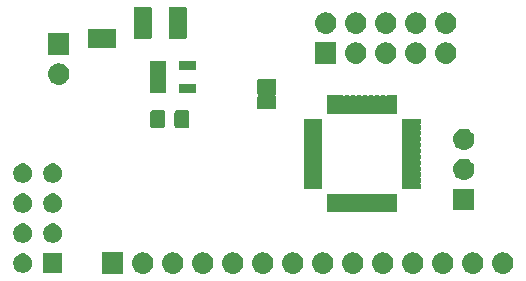
<source format=gbr>
G04 #@! TF.GenerationSoftware,KiCad,Pcbnew,5.1.2-f72e74a~84~ubuntu18.04.1*
G04 #@! TF.CreationDate,2019-07-06T11:59:09+02:00*
G04 #@! TF.ProjectId,loponode,6c6f706f-6e6f-4646-952e-6b696361645f,rev?*
G04 #@! TF.SameCoordinates,Original*
G04 #@! TF.FileFunction,Soldermask,Top*
G04 #@! TF.FilePolarity,Negative*
%FSLAX46Y46*%
G04 Gerber Fmt 4.6, Leading zero omitted, Abs format (unit mm)*
G04 Created by KiCad (PCBNEW 5.1.2-f72e74a~84~ubuntu18.04.1) date 2019-07-06 11:59:09*
%MOMM*%
%LPD*%
G04 APERTURE LIST*
%ADD10C,0.100000*%
G04 APERTURE END LIST*
D10*
G36*
X122821000Y-145681000D02*
G01*
X121019000Y-145681000D01*
X121019000Y-143879000D01*
X122821000Y-143879000D01*
X122821000Y-145681000D01*
X122821000Y-145681000D01*
G37*
G36*
X152510443Y-143885519D02*
G01*
X152576627Y-143892037D01*
X152746466Y-143943557D01*
X152902991Y-144027222D01*
X152938729Y-144056552D01*
X153040186Y-144139814D01*
X153123448Y-144241271D01*
X153152778Y-144277009D01*
X153236443Y-144433534D01*
X153287963Y-144603373D01*
X153305359Y-144780000D01*
X153287963Y-144956627D01*
X153236443Y-145126466D01*
X153152778Y-145282991D01*
X153140251Y-145298255D01*
X153040186Y-145420186D01*
X152942357Y-145500471D01*
X152902991Y-145532778D01*
X152746466Y-145616443D01*
X152576627Y-145667963D01*
X152510443Y-145674481D01*
X152444260Y-145681000D01*
X152355740Y-145681000D01*
X152289557Y-145674481D01*
X152223373Y-145667963D01*
X152053534Y-145616443D01*
X151897009Y-145532778D01*
X151857643Y-145500471D01*
X151759814Y-145420186D01*
X151659749Y-145298255D01*
X151647222Y-145282991D01*
X151563557Y-145126466D01*
X151512037Y-144956627D01*
X151494641Y-144780000D01*
X151512037Y-144603373D01*
X151563557Y-144433534D01*
X151647222Y-144277009D01*
X151676552Y-144241271D01*
X151759814Y-144139814D01*
X151861271Y-144056552D01*
X151897009Y-144027222D01*
X152053534Y-143943557D01*
X152223373Y-143892037D01*
X152289557Y-143885519D01*
X152355740Y-143879000D01*
X152444260Y-143879000D01*
X152510443Y-143885519D01*
X152510443Y-143885519D01*
G37*
G36*
X155050443Y-143885519D02*
G01*
X155116627Y-143892037D01*
X155286466Y-143943557D01*
X155442991Y-144027222D01*
X155478729Y-144056552D01*
X155580186Y-144139814D01*
X155663448Y-144241271D01*
X155692778Y-144277009D01*
X155776443Y-144433534D01*
X155827963Y-144603373D01*
X155845359Y-144780000D01*
X155827963Y-144956627D01*
X155776443Y-145126466D01*
X155692778Y-145282991D01*
X155680251Y-145298255D01*
X155580186Y-145420186D01*
X155482357Y-145500471D01*
X155442991Y-145532778D01*
X155286466Y-145616443D01*
X155116627Y-145667963D01*
X155050443Y-145674481D01*
X154984260Y-145681000D01*
X154895740Y-145681000D01*
X154829557Y-145674481D01*
X154763373Y-145667963D01*
X154593534Y-145616443D01*
X154437009Y-145532778D01*
X154397643Y-145500471D01*
X154299814Y-145420186D01*
X154199749Y-145298255D01*
X154187222Y-145282991D01*
X154103557Y-145126466D01*
X154052037Y-144956627D01*
X154034641Y-144780000D01*
X154052037Y-144603373D01*
X154103557Y-144433534D01*
X154187222Y-144277009D01*
X154216552Y-144241271D01*
X154299814Y-144139814D01*
X154401271Y-144056552D01*
X154437009Y-144027222D01*
X154593534Y-143943557D01*
X154763373Y-143892037D01*
X154829557Y-143885519D01*
X154895740Y-143879000D01*
X154984260Y-143879000D01*
X155050443Y-143885519D01*
X155050443Y-143885519D01*
G37*
G36*
X149970443Y-143885519D02*
G01*
X150036627Y-143892037D01*
X150206466Y-143943557D01*
X150362991Y-144027222D01*
X150398729Y-144056552D01*
X150500186Y-144139814D01*
X150583448Y-144241271D01*
X150612778Y-144277009D01*
X150696443Y-144433534D01*
X150747963Y-144603373D01*
X150765359Y-144780000D01*
X150747963Y-144956627D01*
X150696443Y-145126466D01*
X150612778Y-145282991D01*
X150600251Y-145298255D01*
X150500186Y-145420186D01*
X150402357Y-145500471D01*
X150362991Y-145532778D01*
X150206466Y-145616443D01*
X150036627Y-145667963D01*
X149970443Y-145674481D01*
X149904260Y-145681000D01*
X149815740Y-145681000D01*
X149749557Y-145674481D01*
X149683373Y-145667963D01*
X149513534Y-145616443D01*
X149357009Y-145532778D01*
X149317643Y-145500471D01*
X149219814Y-145420186D01*
X149119749Y-145298255D01*
X149107222Y-145282991D01*
X149023557Y-145126466D01*
X148972037Y-144956627D01*
X148954641Y-144780000D01*
X148972037Y-144603373D01*
X149023557Y-144433534D01*
X149107222Y-144277009D01*
X149136552Y-144241271D01*
X149219814Y-144139814D01*
X149321271Y-144056552D01*
X149357009Y-144027222D01*
X149513534Y-143943557D01*
X149683373Y-143892037D01*
X149749557Y-143885519D01*
X149815740Y-143879000D01*
X149904260Y-143879000D01*
X149970443Y-143885519D01*
X149970443Y-143885519D01*
G37*
G36*
X147430443Y-143885519D02*
G01*
X147496627Y-143892037D01*
X147666466Y-143943557D01*
X147822991Y-144027222D01*
X147858729Y-144056552D01*
X147960186Y-144139814D01*
X148043448Y-144241271D01*
X148072778Y-144277009D01*
X148156443Y-144433534D01*
X148207963Y-144603373D01*
X148225359Y-144780000D01*
X148207963Y-144956627D01*
X148156443Y-145126466D01*
X148072778Y-145282991D01*
X148060251Y-145298255D01*
X147960186Y-145420186D01*
X147862357Y-145500471D01*
X147822991Y-145532778D01*
X147666466Y-145616443D01*
X147496627Y-145667963D01*
X147430443Y-145674481D01*
X147364260Y-145681000D01*
X147275740Y-145681000D01*
X147209557Y-145674481D01*
X147143373Y-145667963D01*
X146973534Y-145616443D01*
X146817009Y-145532778D01*
X146777643Y-145500471D01*
X146679814Y-145420186D01*
X146579749Y-145298255D01*
X146567222Y-145282991D01*
X146483557Y-145126466D01*
X146432037Y-144956627D01*
X146414641Y-144780000D01*
X146432037Y-144603373D01*
X146483557Y-144433534D01*
X146567222Y-144277009D01*
X146596552Y-144241271D01*
X146679814Y-144139814D01*
X146781271Y-144056552D01*
X146817009Y-144027222D01*
X146973534Y-143943557D01*
X147143373Y-143892037D01*
X147209557Y-143885519D01*
X147275740Y-143879000D01*
X147364260Y-143879000D01*
X147430443Y-143885519D01*
X147430443Y-143885519D01*
G37*
G36*
X144890443Y-143885519D02*
G01*
X144956627Y-143892037D01*
X145126466Y-143943557D01*
X145282991Y-144027222D01*
X145318729Y-144056552D01*
X145420186Y-144139814D01*
X145503448Y-144241271D01*
X145532778Y-144277009D01*
X145616443Y-144433534D01*
X145667963Y-144603373D01*
X145685359Y-144780000D01*
X145667963Y-144956627D01*
X145616443Y-145126466D01*
X145532778Y-145282991D01*
X145520251Y-145298255D01*
X145420186Y-145420186D01*
X145322357Y-145500471D01*
X145282991Y-145532778D01*
X145126466Y-145616443D01*
X144956627Y-145667963D01*
X144890443Y-145674481D01*
X144824260Y-145681000D01*
X144735740Y-145681000D01*
X144669557Y-145674481D01*
X144603373Y-145667963D01*
X144433534Y-145616443D01*
X144277009Y-145532778D01*
X144237643Y-145500471D01*
X144139814Y-145420186D01*
X144039749Y-145298255D01*
X144027222Y-145282991D01*
X143943557Y-145126466D01*
X143892037Y-144956627D01*
X143874641Y-144780000D01*
X143892037Y-144603373D01*
X143943557Y-144433534D01*
X144027222Y-144277009D01*
X144056552Y-144241271D01*
X144139814Y-144139814D01*
X144241271Y-144056552D01*
X144277009Y-144027222D01*
X144433534Y-143943557D01*
X144603373Y-143892037D01*
X144669557Y-143885519D01*
X144735740Y-143879000D01*
X144824260Y-143879000D01*
X144890443Y-143885519D01*
X144890443Y-143885519D01*
G37*
G36*
X142350443Y-143885519D02*
G01*
X142416627Y-143892037D01*
X142586466Y-143943557D01*
X142742991Y-144027222D01*
X142778729Y-144056552D01*
X142880186Y-144139814D01*
X142963448Y-144241271D01*
X142992778Y-144277009D01*
X143076443Y-144433534D01*
X143127963Y-144603373D01*
X143145359Y-144780000D01*
X143127963Y-144956627D01*
X143076443Y-145126466D01*
X142992778Y-145282991D01*
X142980251Y-145298255D01*
X142880186Y-145420186D01*
X142782357Y-145500471D01*
X142742991Y-145532778D01*
X142586466Y-145616443D01*
X142416627Y-145667963D01*
X142350443Y-145674481D01*
X142284260Y-145681000D01*
X142195740Y-145681000D01*
X142129557Y-145674481D01*
X142063373Y-145667963D01*
X141893534Y-145616443D01*
X141737009Y-145532778D01*
X141697643Y-145500471D01*
X141599814Y-145420186D01*
X141499749Y-145298255D01*
X141487222Y-145282991D01*
X141403557Y-145126466D01*
X141352037Y-144956627D01*
X141334641Y-144780000D01*
X141352037Y-144603373D01*
X141403557Y-144433534D01*
X141487222Y-144277009D01*
X141516552Y-144241271D01*
X141599814Y-144139814D01*
X141701271Y-144056552D01*
X141737009Y-144027222D01*
X141893534Y-143943557D01*
X142063373Y-143892037D01*
X142129557Y-143885519D01*
X142195740Y-143879000D01*
X142284260Y-143879000D01*
X142350443Y-143885519D01*
X142350443Y-143885519D01*
G37*
G36*
X139810443Y-143885519D02*
G01*
X139876627Y-143892037D01*
X140046466Y-143943557D01*
X140202991Y-144027222D01*
X140238729Y-144056552D01*
X140340186Y-144139814D01*
X140423448Y-144241271D01*
X140452778Y-144277009D01*
X140536443Y-144433534D01*
X140587963Y-144603373D01*
X140605359Y-144780000D01*
X140587963Y-144956627D01*
X140536443Y-145126466D01*
X140452778Y-145282991D01*
X140440251Y-145298255D01*
X140340186Y-145420186D01*
X140242357Y-145500471D01*
X140202991Y-145532778D01*
X140046466Y-145616443D01*
X139876627Y-145667963D01*
X139810443Y-145674481D01*
X139744260Y-145681000D01*
X139655740Y-145681000D01*
X139589557Y-145674481D01*
X139523373Y-145667963D01*
X139353534Y-145616443D01*
X139197009Y-145532778D01*
X139157643Y-145500471D01*
X139059814Y-145420186D01*
X138959749Y-145298255D01*
X138947222Y-145282991D01*
X138863557Y-145126466D01*
X138812037Y-144956627D01*
X138794641Y-144780000D01*
X138812037Y-144603373D01*
X138863557Y-144433534D01*
X138947222Y-144277009D01*
X138976552Y-144241271D01*
X139059814Y-144139814D01*
X139161271Y-144056552D01*
X139197009Y-144027222D01*
X139353534Y-143943557D01*
X139523373Y-143892037D01*
X139589557Y-143885519D01*
X139655740Y-143879000D01*
X139744260Y-143879000D01*
X139810443Y-143885519D01*
X139810443Y-143885519D01*
G37*
G36*
X134730443Y-143885519D02*
G01*
X134796627Y-143892037D01*
X134966466Y-143943557D01*
X135122991Y-144027222D01*
X135158729Y-144056552D01*
X135260186Y-144139814D01*
X135343448Y-144241271D01*
X135372778Y-144277009D01*
X135456443Y-144433534D01*
X135507963Y-144603373D01*
X135525359Y-144780000D01*
X135507963Y-144956627D01*
X135456443Y-145126466D01*
X135372778Y-145282991D01*
X135360251Y-145298255D01*
X135260186Y-145420186D01*
X135162357Y-145500471D01*
X135122991Y-145532778D01*
X134966466Y-145616443D01*
X134796627Y-145667963D01*
X134730443Y-145674481D01*
X134664260Y-145681000D01*
X134575740Y-145681000D01*
X134509557Y-145674481D01*
X134443373Y-145667963D01*
X134273534Y-145616443D01*
X134117009Y-145532778D01*
X134077643Y-145500471D01*
X133979814Y-145420186D01*
X133879749Y-145298255D01*
X133867222Y-145282991D01*
X133783557Y-145126466D01*
X133732037Y-144956627D01*
X133714641Y-144780000D01*
X133732037Y-144603373D01*
X133783557Y-144433534D01*
X133867222Y-144277009D01*
X133896552Y-144241271D01*
X133979814Y-144139814D01*
X134081271Y-144056552D01*
X134117009Y-144027222D01*
X134273534Y-143943557D01*
X134443373Y-143892037D01*
X134509557Y-143885519D01*
X134575740Y-143879000D01*
X134664260Y-143879000D01*
X134730443Y-143885519D01*
X134730443Y-143885519D01*
G37*
G36*
X132190443Y-143885519D02*
G01*
X132256627Y-143892037D01*
X132426466Y-143943557D01*
X132582991Y-144027222D01*
X132618729Y-144056552D01*
X132720186Y-144139814D01*
X132803448Y-144241271D01*
X132832778Y-144277009D01*
X132916443Y-144433534D01*
X132967963Y-144603373D01*
X132985359Y-144780000D01*
X132967963Y-144956627D01*
X132916443Y-145126466D01*
X132832778Y-145282991D01*
X132820251Y-145298255D01*
X132720186Y-145420186D01*
X132622357Y-145500471D01*
X132582991Y-145532778D01*
X132426466Y-145616443D01*
X132256627Y-145667963D01*
X132190443Y-145674481D01*
X132124260Y-145681000D01*
X132035740Y-145681000D01*
X131969557Y-145674481D01*
X131903373Y-145667963D01*
X131733534Y-145616443D01*
X131577009Y-145532778D01*
X131537643Y-145500471D01*
X131439814Y-145420186D01*
X131339749Y-145298255D01*
X131327222Y-145282991D01*
X131243557Y-145126466D01*
X131192037Y-144956627D01*
X131174641Y-144780000D01*
X131192037Y-144603373D01*
X131243557Y-144433534D01*
X131327222Y-144277009D01*
X131356552Y-144241271D01*
X131439814Y-144139814D01*
X131541271Y-144056552D01*
X131577009Y-144027222D01*
X131733534Y-143943557D01*
X131903373Y-143892037D01*
X131969557Y-143885519D01*
X132035740Y-143879000D01*
X132124260Y-143879000D01*
X132190443Y-143885519D01*
X132190443Y-143885519D01*
G37*
G36*
X129650443Y-143885519D02*
G01*
X129716627Y-143892037D01*
X129886466Y-143943557D01*
X130042991Y-144027222D01*
X130078729Y-144056552D01*
X130180186Y-144139814D01*
X130263448Y-144241271D01*
X130292778Y-144277009D01*
X130376443Y-144433534D01*
X130427963Y-144603373D01*
X130445359Y-144780000D01*
X130427963Y-144956627D01*
X130376443Y-145126466D01*
X130292778Y-145282991D01*
X130280251Y-145298255D01*
X130180186Y-145420186D01*
X130082357Y-145500471D01*
X130042991Y-145532778D01*
X129886466Y-145616443D01*
X129716627Y-145667963D01*
X129650443Y-145674481D01*
X129584260Y-145681000D01*
X129495740Y-145681000D01*
X129429557Y-145674481D01*
X129363373Y-145667963D01*
X129193534Y-145616443D01*
X129037009Y-145532778D01*
X128997643Y-145500471D01*
X128899814Y-145420186D01*
X128799749Y-145298255D01*
X128787222Y-145282991D01*
X128703557Y-145126466D01*
X128652037Y-144956627D01*
X128634641Y-144780000D01*
X128652037Y-144603373D01*
X128703557Y-144433534D01*
X128787222Y-144277009D01*
X128816552Y-144241271D01*
X128899814Y-144139814D01*
X129001271Y-144056552D01*
X129037009Y-144027222D01*
X129193534Y-143943557D01*
X129363373Y-143892037D01*
X129429557Y-143885519D01*
X129495740Y-143879000D01*
X129584260Y-143879000D01*
X129650443Y-143885519D01*
X129650443Y-143885519D01*
G37*
G36*
X127110443Y-143885519D02*
G01*
X127176627Y-143892037D01*
X127346466Y-143943557D01*
X127502991Y-144027222D01*
X127538729Y-144056552D01*
X127640186Y-144139814D01*
X127723448Y-144241271D01*
X127752778Y-144277009D01*
X127836443Y-144433534D01*
X127887963Y-144603373D01*
X127905359Y-144780000D01*
X127887963Y-144956627D01*
X127836443Y-145126466D01*
X127752778Y-145282991D01*
X127740251Y-145298255D01*
X127640186Y-145420186D01*
X127542357Y-145500471D01*
X127502991Y-145532778D01*
X127346466Y-145616443D01*
X127176627Y-145667963D01*
X127110443Y-145674481D01*
X127044260Y-145681000D01*
X126955740Y-145681000D01*
X126889557Y-145674481D01*
X126823373Y-145667963D01*
X126653534Y-145616443D01*
X126497009Y-145532778D01*
X126457643Y-145500471D01*
X126359814Y-145420186D01*
X126259749Y-145298255D01*
X126247222Y-145282991D01*
X126163557Y-145126466D01*
X126112037Y-144956627D01*
X126094641Y-144780000D01*
X126112037Y-144603373D01*
X126163557Y-144433534D01*
X126247222Y-144277009D01*
X126276552Y-144241271D01*
X126359814Y-144139814D01*
X126461271Y-144056552D01*
X126497009Y-144027222D01*
X126653534Y-143943557D01*
X126823373Y-143892037D01*
X126889557Y-143885519D01*
X126955740Y-143879000D01*
X127044260Y-143879000D01*
X127110443Y-143885519D01*
X127110443Y-143885519D01*
G37*
G36*
X124570443Y-143885519D02*
G01*
X124636627Y-143892037D01*
X124806466Y-143943557D01*
X124962991Y-144027222D01*
X124998729Y-144056552D01*
X125100186Y-144139814D01*
X125183448Y-144241271D01*
X125212778Y-144277009D01*
X125296443Y-144433534D01*
X125347963Y-144603373D01*
X125365359Y-144780000D01*
X125347963Y-144956627D01*
X125296443Y-145126466D01*
X125212778Y-145282991D01*
X125200251Y-145298255D01*
X125100186Y-145420186D01*
X125002357Y-145500471D01*
X124962991Y-145532778D01*
X124806466Y-145616443D01*
X124636627Y-145667963D01*
X124570443Y-145674481D01*
X124504260Y-145681000D01*
X124415740Y-145681000D01*
X124349557Y-145674481D01*
X124283373Y-145667963D01*
X124113534Y-145616443D01*
X123957009Y-145532778D01*
X123917643Y-145500471D01*
X123819814Y-145420186D01*
X123719749Y-145298255D01*
X123707222Y-145282991D01*
X123623557Y-145126466D01*
X123572037Y-144956627D01*
X123554641Y-144780000D01*
X123572037Y-144603373D01*
X123623557Y-144433534D01*
X123707222Y-144277009D01*
X123736552Y-144241271D01*
X123819814Y-144139814D01*
X123921271Y-144056552D01*
X123957009Y-144027222D01*
X124113534Y-143943557D01*
X124283373Y-143892037D01*
X124349557Y-143885519D01*
X124415740Y-143879000D01*
X124504260Y-143879000D01*
X124570443Y-143885519D01*
X124570443Y-143885519D01*
G37*
G36*
X137270443Y-143885519D02*
G01*
X137336627Y-143892037D01*
X137506466Y-143943557D01*
X137662991Y-144027222D01*
X137698729Y-144056552D01*
X137800186Y-144139814D01*
X137883448Y-144241271D01*
X137912778Y-144277009D01*
X137996443Y-144433534D01*
X138047963Y-144603373D01*
X138065359Y-144780000D01*
X138047963Y-144956627D01*
X137996443Y-145126466D01*
X137912778Y-145282991D01*
X137900251Y-145298255D01*
X137800186Y-145420186D01*
X137702357Y-145500471D01*
X137662991Y-145532778D01*
X137506466Y-145616443D01*
X137336627Y-145667963D01*
X137270443Y-145674481D01*
X137204260Y-145681000D01*
X137115740Y-145681000D01*
X137049557Y-145674481D01*
X136983373Y-145667963D01*
X136813534Y-145616443D01*
X136657009Y-145532778D01*
X136617643Y-145500471D01*
X136519814Y-145420186D01*
X136419749Y-145298255D01*
X136407222Y-145282991D01*
X136323557Y-145126466D01*
X136272037Y-144956627D01*
X136254641Y-144780000D01*
X136272037Y-144603373D01*
X136323557Y-144433534D01*
X136407222Y-144277009D01*
X136436552Y-144241271D01*
X136519814Y-144139814D01*
X136621271Y-144056552D01*
X136657009Y-144027222D01*
X136813534Y-143943557D01*
X136983373Y-143892037D01*
X137049557Y-143885519D01*
X137115740Y-143879000D01*
X137204260Y-143879000D01*
X137270443Y-143885519D01*
X137270443Y-143885519D01*
G37*
G36*
X114537142Y-143998242D02*
G01*
X114685101Y-144059529D01*
X114818255Y-144148499D01*
X114931501Y-144261745D01*
X115020471Y-144394899D01*
X115081758Y-144542858D01*
X115113000Y-144699925D01*
X115113000Y-144860075D01*
X115081758Y-145017142D01*
X115020471Y-145165101D01*
X114931501Y-145298255D01*
X114818255Y-145411501D01*
X114685101Y-145500471D01*
X114537142Y-145561758D01*
X114380075Y-145593000D01*
X114219925Y-145593000D01*
X114062858Y-145561758D01*
X113914899Y-145500471D01*
X113781745Y-145411501D01*
X113668499Y-145298255D01*
X113579529Y-145165101D01*
X113518242Y-145017142D01*
X113487000Y-144860075D01*
X113487000Y-144699925D01*
X113518242Y-144542858D01*
X113579529Y-144394899D01*
X113668499Y-144261745D01*
X113781745Y-144148499D01*
X113914899Y-144059529D01*
X114062858Y-143998242D01*
X114219925Y-143967000D01*
X114380075Y-143967000D01*
X114537142Y-143998242D01*
X114537142Y-143998242D01*
G37*
G36*
X117653000Y-145593000D02*
G01*
X116027000Y-145593000D01*
X116027000Y-143967000D01*
X117653000Y-143967000D01*
X117653000Y-145593000D01*
X117653000Y-145593000D01*
G37*
G36*
X117077142Y-141458242D02*
G01*
X117225101Y-141519529D01*
X117358255Y-141608499D01*
X117471501Y-141721745D01*
X117560471Y-141854899D01*
X117621758Y-142002858D01*
X117653000Y-142159925D01*
X117653000Y-142320075D01*
X117621758Y-142477142D01*
X117560471Y-142625101D01*
X117471501Y-142758255D01*
X117358255Y-142871501D01*
X117225101Y-142960471D01*
X117077142Y-143021758D01*
X116920075Y-143053000D01*
X116759925Y-143053000D01*
X116602858Y-143021758D01*
X116454899Y-142960471D01*
X116321745Y-142871501D01*
X116208499Y-142758255D01*
X116119529Y-142625101D01*
X116058242Y-142477142D01*
X116027000Y-142320075D01*
X116027000Y-142159925D01*
X116058242Y-142002858D01*
X116119529Y-141854899D01*
X116208499Y-141721745D01*
X116321745Y-141608499D01*
X116454899Y-141519529D01*
X116602858Y-141458242D01*
X116759925Y-141427000D01*
X116920075Y-141427000D01*
X117077142Y-141458242D01*
X117077142Y-141458242D01*
G37*
G36*
X114537142Y-141458242D02*
G01*
X114685101Y-141519529D01*
X114818255Y-141608499D01*
X114931501Y-141721745D01*
X115020471Y-141854899D01*
X115081758Y-142002858D01*
X115113000Y-142159925D01*
X115113000Y-142320075D01*
X115081758Y-142477142D01*
X115020471Y-142625101D01*
X114931501Y-142758255D01*
X114818255Y-142871501D01*
X114685101Y-142960471D01*
X114537142Y-143021758D01*
X114380075Y-143053000D01*
X114219925Y-143053000D01*
X114062858Y-143021758D01*
X113914899Y-142960471D01*
X113781745Y-142871501D01*
X113668499Y-142758255D01*
X113579529Y-142625101D01*
X113518242Y-142477142D01*
X113487000Y-142320075D01*
X113487000Y-142159925D01*
X113518242Y-142002858D01*
X113579529Y-141854899D01*
X113668499Y-141721745D01*
X113781745Y-141608499D01*
X113914899Y-141519529D01*
X114062858Y-141458242D01*
X114219925Y-141427000D01*
X114380075Y-141427000D01*
X114537142Y-141458242D01*
X114537142Y-141458242D01*
G37*
G36*
X117077142Y-138918242D02*
G01*
X117225101Y-138979529D01*
X117358255Y-139068499D01*
X117471501Y-139181745D01*
X117560471Y-139314899D01*
X117621758Y-139462858D01*
X117653000Y-139619925D01*
X117653000Y-139780075D01*
X117621758Y-139937142D01*
X117560471Y-140085101D01*
X117471501Y-140218255D01*
X117358255Y-140331501D01*
X117225101Y-140420471D01*
X117077142Y-140481758D01*
X116920075Y-140513000D01*
X116759925Y-140513000D01*
X116602858Y-140481758D01*
X116454899Y-140420471D01*
X116321745Y-140331501D01*
X116208499Y-140218255D01*
X116119529Y-140085101D01*
X116058242Y-139937142D01*
X116027000Y-139780075D01*
X116027000Y-139619925D01*
X116058242Y-139462858D01*
X116119529Y-139314899D01*
X116208499Y-139181745D01*
X116321745Y-139068499D01*
X116454899Y-138979529D01*
X116602858Y-138918242D01*
X116759925Y-138887000D01*
X116920075Y-138887000D01*
X117077142Y-138918242D01*
X117077142Y-138918242D01*
G37*
G36*
X114537142Y-138918242D02*
G01*
X114685101Y-138979529D01*
X114818255Y-139068499D01*
X114931501Y-139181745D01*
X115020471Y-139314899D01*
X115081758Y-139462858D01*
X115113000Y-139619925D01*
X115113000Y-139780075D01*
X115081758Y-139937142D01*
X115020471Y-140085101D01*
X114931501Y-140218255D01*
X114818255Y-140331501D01*
X114685101Y-140420471D01*
X114537142Y-140481758D01*
X114380075Y-140513000D01*
X114219925Y-140513000D01*
X114062858Y-140481758D01*
X113914899Y-140420471D01*
X113781745Y-140331501D01*
X113668499Y-140218255D01*
X113579529Y-140085101D01*
X113518242Y-139937142D01*
X113487000Y-139780075D01*
X113487000Y-139619925D01*
X113518242Y-139462858D01*
X113579529Y-139314899D01*
X113668499Y-139181745D01*
X113781745Y-139068499D01*
X113914899Y-138979529D01*
X114062858Y-138918242D01*
X114219925Y-138887000D01*
X114380075Y-138887000D01*
X114537142Y-138918242D01*
X114537142Y-138918242D01*
G37*
G36*
X140450295Y-138912823D02*
G01*
X140457309Y-138914951D01*
X140471077Y-138922310D01*
X140493716Y-138931687D01*
X140517749Y-138936467D01*
X140542253Y-138936467D01*
X140566286Y-138931686D01*
X140588923Y-138922310D01*
X140602691Y-138914951D01*
X140609705Y-138912823D01*
X140623140Y-138911500D01*
X140936860Y-138911500D01*
X140950295Y-138912823D01*
X140957309Y-138914951D01*
X140971077Y-138922310D01*
X140993716Y-138931687D01*
X141017749Y-138936467D01*
X141042253Y-138936467D01*
X141066286Y-138931686D01*
X141088923Y-138922310D01*
X141102691Y-138914951D01*
X141109705Y-138912823D01*
X141123140Y-138911500D01*
X141436860Y-138911500D01*
X141450295Y-138912823D01*
X141457309Y-138914951D01*
X141471077Y-138922310D01*
X141493716Y-138931687D01*
X141517749Y-138936467D01*
X141542253Y-138936467D01*
X141566286Y-138931686D01*
X141588923Y-138922310D01*
X141602691Y-138914951D01*
X141609705Y-138912823D01*
X141623140Y-138911500D01*
X141936860Y-138911500D01*
X141950295Y-138912823D01*
X141957309Y-138914951D01*
X141971077Y-138922310D01*
X141993716Y-138931687D01*
X142017749Y-138936467D01*
X142042253Y-138936467D01*
X142066286Y-138931686D01*
X142088923Y-138922310D01*
X142102691Y-138914951D01*
X142109705Y-138912823D01*
X142123140Y-138911500D01*
X142436860Y-138911500D01*
X142450295Y-138912823D01*
X142457309Y-138914951D01*
X142471077Y-138922310D01*
X142493716Y-138931687D01*
X142517749Y-138936467D01*
X142542253Y-138936467D01*
X142566286Y-138931686D01*
X142588923Y-138922310D01*
X142602691Y-138914951D01*
X142609705Y-138912823D01*
X142623140Y-138911500D01*
X142936860Y-138911500D01*
X142950295Y-138912823D01*
X142957309Y-138914951D01*
X142971077Y-138922310D01*
X142993716Y-138931687D01*
X143017749Y-138936467D01*
X143042253Y-138936467D01*
X143066286Y-138931686D01*
X143088923Y-138922310D01*
X143102691Y-138914951D01*
X143109705Y-138912823D01*
X143123140Y-138911500D01*
X143436860Y-138911500D01*
X143450295Y-138912823D01*
X143457309Y-138914951D01*
X143471077Y-138922310D01*
X143493716Y-138931687D01*
X143517749Y-138936467D01*
X143542253Y-138936467D01*
X143566286Y-138931686D01*
X143588923Y-138922310D01*
X143602691Y-138914951D01*
X143609705Y-138912823D01*
X143623140Y-138911500D01*
X143936860Y-138911500D01*
X143950295Y-138912823D01*
X143957309Y-138914951D01*
X143971077Y-138922310D01*
X143993716Y-138931687D01*
X144017749Y-138936467D01*
X144042253Y-138936467D01*
X144066286Y-138931686D01*
X144088923Y-138922310D01*
X144102691Y-138914951D01*
X144109705Y-138912823D01*
X144123140Y-138911500D01*
X144436860Y-138911500D01*
X144450295Y-138912823D01*
X144457309Y-138914951D01*
X144471077Y-138922310D01*
X144493716Y-138931687D01*
X144517749Y-138936467D01*
X144542253Y-138936467D01*
X144566286Y-138931686D01*
X144588923Y-138922310D01*
X144602691Y-138914951D01*
X144609705Y-138912823D01*
X144623140Y-138911500D01*
X144936860Y-138911500D01*
X144950295Y-138912823D01*
X144957309Y-138914951D01*
X144971077Y-138922310D01*
X144993716Y-138931687D01*
X145017749Y-138936467D01*
X145042253Y-138936467D01*
X145066286Y-138931686D01*
X145088923Y-138922310D01*
X145102691Y-138914951D01*
X145109705Y-138912823D01*
X145123140Y-138911500D01*
X145436860Y-138911500D01*
X145450295Y-138912823D01*
X145457309Y-138914951D01*
X145471077Y-138922310D01*
X145493716Y-138931687D01*
X145517749Y-138936467D01*
X145542253Y-138936467D01*
X145566286Y-138931686D01*
X145588923Y-138922310D01*
X145602691Y-138914951D01*
X145609705Y-138912823D01*
X145623140Y-138911500D01*
X145936860Y-138911500D01*
X145950295Y-138912823D01*
X145957310Y-138914951D01*
X145963776Y-138918408D01*
X145969442Y-138923058D01*
X145974092Y-138928724D01*
X145977549Y-138935190D01*
X145979677Y-138942205D01*
X145981000Y-138955640D01*
X145981000Y-140444360D01*
X145979677Y-140457795D01*
X145977549Y-140464810D01*
X145974092Y-140471276D01*
X145969442Y-140476942D01*
X145963776Y-140481592D01*
X145957310Y-140485049D01*
X145950295Y-140487177D01*
X145936860Y-140488500D01*
X145623140Y-140488500D01*
X145609705Y-140487177D01*
X145602691Y-140485049D01*
X145588923Y-140477690D01*
X145566284Y-140468313D01*
X145542251Y-140463533D01*
X145517747Y-140463533D01*
X145493714Y-140468314D01*
X145471077Y-140477690D01*
X145457309Y-140485049D01*
X145450295Y-140487177D01*
X145436860Y-140488500D01*
X145123140Y-140488500D01*
X145109705Y-140487177D01*
X145102691Y-140485049D01*
X145088923Y-140477690D01*
X145066284Y-140468313D01*
X145042251Y-140463533D01*
X145017747Y-140463533D01*
X144993714Y-140468314D01*
X144971077Y-140477690D01*
X144957309Y-140485049D01*
X144950295Y-140487177D01*
X144936860Y-140488500D01*
X144623140Y-140488500D01*
X144609705Y-140487177D01*
X144602691Y-140485049D01*
X144588923Y-140477690D01*
X144566284Y-140468313D01*
X144542251Y-140463533D01*
X144517747Y-140463533D01*
X144493714Y-140468314D01*
X144471077Y-140477690D01*
X144457309Y-140485049D01*
X144450295Y-140487177D01*
X144436860Y-140488500D01*
X144123140Y-140488500D01*
X144109705Y-140487177D01*
X144102691Y-140485049D01*
X144088923Y-140477690D01*
X144066284Y-140468313D01*
X144042251Y-140463533D01*
X144017747Y-140463533D01*
X143993714Y-140468314D01*
X143971077Y-140477690D01*
X143957309Y-140485049D01*
X143950295Y-140487177D01*
X143936860Y-140488500D01*
X143623140Y-140488500D01*
X143609705Y-140487177D01*
X143602691Y-140485049D01*
X143588923Y-140477690D01*
X143566284Y-140468313D01*
X143542251Y-140463533D01*
X143517747Y-140463533D01*
X143493714Y-140468314D01*
X143471077Y-140477690D01*
X143457309Y-140485049D01*
X143450295Y-140487177D01*
X143436860Y-140488500D01*
X143123140Y-140488500D01*
X143109705Y-140487177D01*
X143102691Y-140485049D01*
X143088923Y-140477690D01*
X143066284Y-140468313D01*
X143042251Y-140463533D01*
X143017747Y-140463533D01*
X142993714Y-140468314D01*
X142971077Y-140477690D01*
X142957309Y-140485049D01*
X142950295Y-140487177D01*
X142936860Y-140488500D01*
X142623140Y-140488500D01*
X142609705Y-140487177D01*
X142602691Y-140485049D01*
X142588923Y-140477690D01*
X142566284Y-140468313D01*
X142542251Y-140463533D01*
X142517747Y-140463533D01*
X142493714Y-140468314D01*
X142471077Y-140477690D01*
X142457309Y-140485049D01*
X142450295Y-140487177D01*
X142436860Y-140488500D01*
X142123140Y-140488500D01*
X142109705Y-140487177D01*
X142102691Y-140485049D01*
X142088923Y-140477690D01*
X142066284Y-140468313D01*
X142042251Y-140463533D01*
X142017747Y-140463533D01*
X141993714Y-140468314D01*
X141971077Y-140477690D01*
X141957309Y-140485049D01*
X141950295Y-140487177D01*
X141936860Y-140488500D01*
X141623140Y-140488500D01*
X141609705Y-140487177D01*
X141602691Y-140485049D01*
X141588923Y-140477690D01*
X141566284Y-140468313D01*
X141542251Y-140463533D01*
X141517747Y-140463533D01*
X141493714Y-140468314D01*
X141471077Y-140477690D01*
X141457309Y-140485049D01*
X141450295Y-140487177D01*
X141436860Y-140488500D01*
X141123140Y-140488500D01*
X141109705Y-140487177D01*
X141102691Y-140485049D01*
X141088923Y-140477690D01*
X141066284Y-140468313D01*
X141042251Y-140463533D01*
X141017747Y-140463533D01*
X140993714Y-140468314D01*
X140971077Y-140477690D01*
X140957309Y-140485049D01*
X140950295Y-140487177D01*
X140936860Y-140488500D01*
X140623140Y-140488500D01*
X140609705Y-140487177D01*
X140602691Y-140485049D01*
X140588923Y-140477690D01*
X140566284Y-140468313D01*
X140542251Y-140463533D01*
X140517747Y-140463533D01*
X140493714Y-140468314D01*
X140471077Y-140477690D01*
X140457309Y-140485049D01*
X140450295Y-140487177D01*
X140436860Y-140488500D01*
X140123140Y-140488500D01*
X140109705Y-140487177D01*
X140102690Y-140485049D01*
X140096224Y-140481592D01*
X140090558Y-140476942D01*
X140085908Y-140471276D01*
X140082451Y-140464810D01*
X140080323Y-140457795D01*
X140079000Y-140444360D01*
X140079000Y-138955640D01*
X140080323Y-138942205D01*
X140082451Y-138935190D01*
X140085908Y-138928724D01*
X140090558Y-138923058D01*
X140096224Y-138918408D01*
X140102690Y-138914951D01*
X140109705Y-138912823D01*
X140123140Y-138911500D01*
X140436860Y-138911500D01*
X140450295Y-138912823D01*
X140450295Y-138912823D01*
G37*
G36*
X152539000Y-140270800D02*
G01*
X150737000Y-140270800D01*
X150737000Y-138468800D01*
X152539000Y-138468800D01*
X152539000Y-140270800D01*
X152539000Y-140270800D01*
G37*
G36*
X139625295Y-132587823D02*
G01*
X139632310Y-132589951D01*
X139638776Y-132593408D01*
X139644442Y-132598058D01*
X139649092Y-132603724D01*
X139652549Y-132610190D01*
X139654677Y-132617205D01*
X139656000Y-132630640D01*
X139656000Y-132944360D01*
X139654677Y-132957795D01*
X139652549Y-132964809D01*
X139645190Y-132978577D01*
X139635813Y-133001216D01*
X139631033Y-133025249D01*
X139631033Y-133049753D01*
X139635814Y-133073786D01*
X139645190Y-133096423D01*
X139652549Y-133110191D01*
X139654677Y-133117205D01*
X139656000Y-133130640D01*
X139656000Y-133444360D01*
X139654677Y-133457795D01*
X139652549Y-133464809D01*
X139645190Y-133478577D01*
X139635813Y-133501216D01*
X139631033Y-133525249D01*
X139631033Y-133549753D01*
X139635814Y-133573786D01*
X139645190Y-133596423D01*
X139652549Y-133610191D01*
X139654677Y-133617205D01*
X139656000Y-133630640D01*
X139656000Y-133944360D01*
X139654677Y-133957795D01*
X139652549Y-133964809D01*
X139645190Y-133978577D01*
X139635813Y-134001216D01*
X139631033Y-134025249D01*
X139631033Y-134049753D01*
X139635814Y-134073786D01*
X139645190Y-134096423D01*
X139652549Y-134110191D01*
X139654677Y-134117205D01*
X139656000Y-134130640D01*
X139656000Y-134444360D01*
X139654677Y-134457795D01*
X139652549Y-134464809D01*
X139645190Y-134478577D01*
X139635813Y-134501216D01*
X139631033Y-134525249D01*
X139631033Y-134549753D01*
X139635814Y-134573786D01*
X139645190Y-134596423D01*
X139652549Y-134610191D01*
X139654677Y-134617205D01*
X139656000Y-134630640D01*
X139656000Y-134944360D01*
X139654677Y-134957795D01*
X139652549Y-134964809D01*
X139645190Y-134978577D01*
X139635813Y-135001216D01*
X139631033Y-135025249D01*
X139631033Y-135049753D01*
X139635814Y-135073786D01*
X139645190Y-135096423D01*
X139652549Y-135110191D01*
X139654677Y-135117205D01*
X139656000Y-135130640D01*
X139656000Y-135444360D01*
X139654677Y-135457795D01*
X139652549Y-135464809D01*
X139645190Y-135478577D01*
X139635813Y-135501216D01*
X139631033Y-135525249D01*
X139631033Y-135549753D01*
X139635814Y-135573786D01*
X139645190Y-135596423D01*
X139652549Y-135610191D01*
X139654677Y-135617205D01*
X139656000Y-135630640D01*
X139656000Y-135944360D01*
X139654677Y-135957795D01*
X139652549Y-135964809D01*
X139645190Y-135978577D01*
X139635813Y-136001216D01*
X139631033Y-136025249D01*
X139631033Y-136049753D01*
X139635814Y-136073786D01*
X139645190Y-136096423D01*
X139652549Y-136110191D01*
X139654677Y-136117205D01*
X139656000Y-136130640D01*
X139656000Y-136444360D01*
X139654677Y-136457795D01*
X139652549Y-136464809D01*
X139645190Y-136478577D01*
X139635813Y-136501216D01*
X139631033Y-136525249D01*
X139631033Y-136549753D01*
X139635814Y-136573786D01*
X139645190Y-136596423D01*
X139652549Y-136610191D01*
X139654677Y-136617205D01*
X139656000Y-136630640D01*
X139656000Y-136944360D01*
X139654677Y-136957795D01*
X139652549Y-136964809D01*
X139645190Y-136978577D01*
X139635813Y-137001216D01*
X139631033Y-137025249D01*
X139631033Y-137049753D01*
X139635814Y-137073786D01*
X139645190Y-137096423D01*
X139652549Y-137110191D01*
X139654677Y-137117205D01*
X139656000Y-137130640D01*
X139656000Y-137444360D01*
X139654677Y-137457795D01*
X139652549Y-137464809D01*
X139645190Y-137478577D01*
X139635813Y-137501216D01*
X139631033Y-137525249D01*
X139631033Y-137549753D01*
X139635814Y-137573786D01*
X139645190Y-137596423D01*
X139652549Y-137610191D01*
X139654677Y-137617205D01*
X139656000Y-137630640D01*
X139656000Y-137944360D01*
X139654677Y-137957795D01*
X139652549Y-137964809D01*
X139645190Y-137978577D01*
X139635813Y-138001216D01*
X139631033Y-138025249D01*
X139631033Y-138049753D01*
X139635814Y-138073786D01*
X139645190Y-138096423D01*
X139652549Y-138110191D01*
X139654677Y-138117205D01*
X139656000Y-138130640D01*
X139656000Y-138444360D01*
X139654677Y-138457795D01*
X139652549Y-138464810D01*
X139649092Y-138471276D01*
X139644442Y-138476942D01*
X139638776Y-138481592D01*
X139632310Y-138485049D01*
X139625295Y-138487177D01*
X139611860Y-138488500D01*
X138123140Y-138488500D01*
X138109705Y-138487177D01*
X138102690Y-138485049D01*
X138096224Y-138481592D01*
X138090558Y-138476942D01*
X138085908Y-138471276D01*
X138082451Y-138464810D01*
X138080323Y-138457795D01*
X138079000Y-138444360D01*
X138079000Y-138130640D01*
X138080323Y-138117205D01*
X138082451Y-138110191D01*
X138089810Y-138096423D01*
X138099187Y-138073784D01*
X138103967Y-138049751D01*
X138103967Y-138025247D01*
X138099186Y-138001214D01*
X138089810Y-137978577D01*
X138082451Y-137964809D01*
X138080323Y-137957795D01*
X138079000Y-137944360D01*
X138079000Y-137630640D01*
X138080323Y-137617205D01*
X138082451Y-137610191D01*
X138089810Y-137596423D01*
X138099187Y-137573784D01*
X138103967Y-137549751D01*
X138103967Y-137525247D01*
X138099186Y-137501214D01*
X138089810Y-137478577D01*
X138082451Y-137464809D01*
X138080323Y-137457795D01*
X138079000Y-137444360D01*
X138079000Y-137130640D01*
X138080323Y-137117205D01*
X138082451Y-137110191D01*
X138089810Y-137096423D01*
X138099187Y-137073784D01*
X138103967Y-137049751D01*
X138103967Y-137025247D01*
X138099186Y-137001214D01*
X138089810Y-136978577D01*
X138082451Y-136964809D01*
X138080323Y-136957795D01*
X138079000Y-136944360D01*
X138079000Y-136630640D01*
X138080323Y-136617205D01*
X138082451Y-136610191D01*
X138089810Y-136596423D01*
X138099187Y-136573784D01*
X138103967Y-136549751D01*
X138103967Y-136525247D01*
X138099186Y-136501214D01*
X138089810Y-136478577D01*
X138082451Y-136464809D01*
X138080323Y-136457795D01*
X138079000Y-136444360D01*
X138079000Y-136130640D01*
X138080323Y-136117205D01*
X138082451Y-136110191D01*
X138089810Y-136096423D01*
X138099187Y-136073784D01*
X138103967Y-136049751D01*
X138103967Y-136025247D01*
X138099186Y-136001214D01*
X138089810Y-135978577D01*
X138082451Y-135964809D01*
X138080323Y-135957795D01*
X138079000Y-135944360D01*
X138079000Y-135630640D01*
X138080323Y-135617205D01*
X138082451Y-135610191D01*
X138089810Y-135596423D01*
X138099187Y-135573784D01*
X138103967Y-135549751D01*
X138103967Y-135525247D01*
X138099186Y-135501214D01*
X138089810Y-135478577D01*
X138082451Y-135464809D01*
X138080323Y-135457795D01*
X138079000Y-135444360D01*
X138079000Y-135130640D01*
X138080323Y-135117205D01*
X138082451Y-135110191D01*
X138089810Y-135096423D01*
X138099187Y-135073784D01*
X138103967Y-135049751D01*
X138103967Y-135025247D01*
X138099186Y-135001214D01*
X138089810Y-134978577D01*
X138082451Y-134964809D01*
X138080323Y-134957795D01*
X138079000Y-134944360D01*
X138079000Y-134630640D01*
X138080323Y-134617205D01*
X138082451Y-134610191D01*
X138089810Y-134596423D01*
X138099187Y-134573784D01*
X138103967Y-134549751D01*
X138103967Y-134525247D01*
X138099186Y-134501214D01*
X138089810Y-134478577D01*
X138082451Y-134464809D01*
X138080323Y-134457795D01*
X138079000Y-134444360D01*
X138079000Y-134130640D01*
X138080323Y-134117205D01*
X138082451Y-134110191D01*
X138089810Y-134096423D01*
X138099187Y-134073784D01*
X138103967Y-134049751D01*
X138103967Y-134025247D01*
X138099186Y-134001214D01*
X138089810Y-133978577D01*
X138082451Y-133964809D01*
X138080323Y-133957795D01*
X138079000Y-133944360D01*
X138079000Y-133630640D01*
X138080323Y-133617205D01*
X138082451Y-133610191D01*
X138089810Y-133596423D01*
X138099187Y-133573784D01*
X138103967Y-133549751D01*
X138103967Y-133525247D01*
X138099186Y-133501214D01*
X138089810Y-133478577D01*
X138082451Y-133464809D01*
X138080323Y-133457795D01*
X138079000Y-133444360D01*
X138079000Y-133130640D01*
X138080323Y-133117205D01*
X138082451Y-133110191D01*
X138089810Y-133096423D01*
X138099187Y-133073784D01*
X138103967Y-133049751D01*
X138103967Y-133025247D01*
X138099186Y-133001214D01*
X138089810Y-132978577D01*
X138082451Y-132964809D01*
X138080323Y-132957795D01*
X138079000Y-132944360D01*
X138079000Y-132630640D01*
X138080323Y-132617205D01*
X138082451Y-132610190D01*
X138085908Y-132603724D01*
X138090558Y-132598058D01*
X138096224Y-132593408D01*
X138102690Y-132589951D01*
X138109705Y-132587823D01*
X138123140Y-132586500D01*
X139611860Y-132586500D01*
X139625295Y-132587823D01*
X139625295Y-132587823D01*
G37*
G36*
X147950295Y-132587823D02*
G01*
X147957310Y-132589951D01*
X147963776Y-132593408D01*
X147969442Y-132598058D01*
X147974092Y-132603724D01*
X147977549Y-132610190D01*
X147979677Y-132617205D01*
X147981000Y-132630640D01*
X147981000Y-132944360D01*
X147979677Y-132957795D01*
X147977549Y-132964809D01*
X147970190Y-132978577D01*
X147960813Y-133001216D01*
X147956033Y-133025249D01*
X147956033Y-133049753D01*
X147960814Y-133073786D01*
X147970190Y-133096423D01*
X147977549Y-133110191D01*
X147979677Y-133117205D01*
X147981000Y-133130640D01*
X147981000Y-133444360D01*
X147979677Y-133457795D01*
X147977549Y-133464809D01*
X147970190Y-133478577D01*
X147960813Y-133501216D01*
X147956033Y-133525249D01*
X147956033Y-133549753D01*
X147960814Y-133573786D01*
X147970190Y-133596423D01*
X147977549Y-133610191D01*
X147979677Y-133617205D01*
X147981000Y-133630640D01*
X147981000Y-133944360D01*
X147979677Y-133957795D01*
X147977549Y-133964809D01*
X147970190Y-133978577D01*
X147960813Y-134001216D01*
X147956033Y-134025249D01*
X147956033Y-134049753D01*
X147960814Y-134073786D01*
X147970190Y-134096423D01*
X147977549Y-134110191D01*
X147979677Y-134117205D01*
X147981000Y-134130640D01*
X147981000Y-134444360D01*
X147979677Y-134457795D01*
X147977549Y-134464809D01*
X147970190Y-134478577D01*
X147960813Y-134501216D01*
X147956033Y-134525249D01*
X147956033Y-134549753D01*
X147960814Y-134573786D01*
X147970190Y-134596423D01*
X147977549Y-134610191D01*
X147979677Y-134617205D01*
X147981000Y-134630640D01*
X147981000Y-134944360D01*
X147979677Y-134957795D01*
X147977549Y-134964809D01*
X147970190Y-134978577D01*
X147960813Y-135001216D01*
X147956033Y-135025249D01*
X147956033Y-135049753D01*
X147960814Y-135073786D01*
X147970190Y-135096423D01*
X147977549Y-135110191D01*
X147979677Y-135117205D01*
X147981000Y-135130640D01*
X147981000Y-135444360D01*
X147979677Y-135457795D01*
X147977549Y-135464809D01*
X147970190Y-135478577D01*
X147960813Y-135501216D01*
X147956033Y-135525249D01*
X147956033Y-135549753D01*
X147960814Y-135573786D01*
X147970190Y-135596423D01*
X147977549Y-135610191D01*
X147979677Y-135617205D01*
X147981000Y-135630640D01*
X147981000Y-135944360D01*
X147979677Y-135957795D01*
X147977549Y-135964809D01*
X147970190Y-135978577D01*
X147960813Y-136001216D01*
X147956033Y-136025249D01*
X147956033Y-136049753D01*
X147960814Y-136073786D01*
X147970190Y-136096423D01*
X147977549Y-136110191D01*
X147979677Y-136117205D01*
X147981000Y-136130640D01*
X147981000Y-136444360D01*
X147979677Y-136457795D01*
X147977549Y-136464809D01*
X147970190Y-136478577D01*
X147960813Y-136501216D01*
X147956033Y-136525249D01*
X147956033Y-136549753D01*
X147960814Y-136573786D01*
X147970190Y-136596423D01*
X147977549Y-136610191D01*
X147979677Y-136617205D01*
X147981000Y-136630640D01*
X147981000Y-136944360D01*
X147979677Y-136957795D01*
X147977549Y-136964809D01*
X147970190Y-136978577D01*
X147960813Y-137001216D01*
X147956033Y-137025249D01*
X147956033Y-137049753D01*
X147960814Y-137073786D01*
X147970190Y-137096423D01*
X147977549Y-137110191D01*
X147979677Y-137117205D01*
X147981000Y-137130640D01*
X147981000Y-137444360D01*
X147979677Y-137457795D01*
X147977549Y-137464809D01*
X147970190Y-137478577D01*
X147960813Y-137501216D01*
X147956033Y-137525249D01*
X147956033Y-137549753D01*
X147960814Y-137573786D01*
X147970190Y-137596423D01*
X147977549Y-137610191D01*
X147979677Y-137617205D01*
X147981000Y-137630640D01*
X147981000Y-137944360D01*
X147979677Y-137957795D01*
X147977549Y-137964809D01*
X147970190Y-137978577D01*
X147960813Y-138001216D01*
X147956033Y-138025249D01*
X147956033Y-138049753D01*
X147960814Y-138073786D01*
X147970190Y-138096423D01*
X147977549Y-138110191D01*
X147979677Y-138117205D01*
X147981000Y-138130640D01*
X147981000Y-138444360D01*
X147979677Y-138457795D01*
X147977549Y-138464810D01*
X147974092Y-138471276D01*
X147969442Y-138476942D01*
X147963776Y-138481592D01*
X147957310Y-138485049D01*
X147950295Y-138487177D01*
X147936860Y-138488500D01*
X146448140Y-138488500D01*
X146434705Y-138487177D01*
X146427690Y-138485049D01*
X146421224Y-138481592D01*
X146415558Y-138476942D01*
X146410908Y-138471276D01*
X146407451Y-138464810D01*
X146405323Y-138457795D01*
X146404000Y-138444360D01*
X146404000Y-138130640D01*
X146405323Y-138117205D01*
X146407451Y-138110191D01*
X146414810Y-138096423D01*
X146424187Y-138073784D01*
X146428967Y-138049751D01*
X146428967Y-138025247D01*
X146424186Y-138001214D01*
X146414810Y-137978577D01*
X146407451Y-137964809D01*
X146405323Y-137957795D01*
X146404000Y-137944360D01*
X146404000Y-137630640D01*
X146405323Y-137617205D01*
X146407451Y-137610191D01*
X146414810Y-137596423D01*
X146424187Y-137573784D01*
X146428967Y-137549751D01*
X146428967Y-137525247D01*
X146424186Y-137501214D01*
X146414810Y-137478577D01*
X146407451Y-137464809D01*
X146405323Y-137457795D01*
X146404000Y-137444360D01*
X146404000Y-137130640D01*
X146405323Y-137117205D01*
X146407451Y-137110191D01*
X146414810Y-137096423D01*
X146424187Y-137073784D01*
X146428967Y-137049751D01*
X146428967Y-137025247D01*
X146424186Y-137001214D01*
X146414810Y-136978577D01*
X146407451Y-136964809D01*
X146405323Y-136957795D01*
X146404000Y-136944360D01*
X146404000Y-136630640D01*
X146405323Y-136617205D01*
X146407451Y-136610191D01*
X146414810Y-136596423D01*
X146424187Y-136573784D01*
X146428967Y-136549751D01*
X146428967Y-136525247D01*
X146424186Y-136501214D01*
X146414810Y-136478577D01*
X146407451Y-136464809D01*
X146405323Y-136457795D01*
X146404000Y-136444360D01*
X146404000Y-136130640D01*
X146405323Y-136117205D01*
X146407451Y-136110191D01*
X146414810Y-136096423D01*
X146424187Y-136073784D01*
X146428967Y-136049751D01*
X146428967Y-136025247D01*
X146424186Y-136001214D01*
X146414810Y-135978577D01*
X146407451Y-135964809D01*
X146405323Y-135957795D01*
X146404000Y-135944360D01*
X146404000Y-135630640D01*
X146405323Y-135617205D01*
X146407451Y-135610191D01*
X146414810Y-135596423D01*
X146424187Y-135573784D01*
X146428967Y-135549751D01*
X146428967Y-135525247D01*
X146424186Y-135501214D01*
X146414810Y-135478577D01*
X146407451Y-135464809D01*
X146405323Y-135457795D01*
X146404000Y-135444360D01*
X146404000Y-135130640D01*
X146405323Y-135117205D01*
X146407451Y-135110191D01*
X146414810Y-135096423D01*
X146424187Y-135073784D01*
X146428967Y-135049751D01*
X146428967Y-135025247D01*
X146424186Y-135001214D01*
X146414810Y-134978577D01*
X146407451Y-134964809D01*
X146405323Y-134957795D01*
X146404000Y-134944360D01*
X146404000Y-134630640D01*
X146405323Y-134617205D01*
X146407451Y-134610191D01*
X146414810Y-134596423D01*
X146424187Y-134573784D01*
X146428967Y-134549751D01*
X146428967Y-134525247D01*
X146424186Y-134501214D01*
X146414810Y-134478577D01*
X146407451Y-134464809D01*
X146405323Y-134457795D01*
X146404000Y-134444360D01*
X146404000Y-134130640D01*
X146405323Y-134117205D01*
X146407451Y-134110191D01*
X146414810Y-134096423D01*
X146424187Y-134073784D01*
X146428967Y-134049751D01*
X146428967Y-134025247D01*
X146424186Y-134001214D01*
X146414810Y-133978577D01*
X146407451Y-133964809D01*
X146405323Y-133957795D01*
X146404000Y-133944360D01*
X146404000Y-133630640D01*
X146405323Y-133617205D01*
X146407451Y-133610191D01*
X146414810Y-133596423D01*
X146424187Y-133573784D01*
X146428967Y-133549751D01*
X146428967Y-133525247D01*
X146424186Y-133501214D01*
X146414810Y-133478577D01*
X146407451Y-133464809D01*
X146405323Y-133457795D01*
X146404000Y-133444360D01*
X146404000Y-133130640D01*
X146405323Y-133117205D01*
X146407451Y-133110191D01*
X146414810Y-133096423D01*
X146424187Y-133073784D01*
X146428967Y-133049751D01*
X146428967Y-133025247D01*
X146424186Y-133001214D01*
X146414810Y-132978577D01*
X146407451Y-132964809D01*
X146405323Y-132957795D01*
X146404000Y-132944360D01*
X146404000Y-132630640D01*
X146405323Y-132617205D01*
X146407451Y-132610190D01*
X146410908Y-132603724D01*
X146415558Y-132598058D01*
X146421224Y-132593408D01*
X146427690Y-132589951D01*
X146434705Y-132587823D01*
X146448140Y-132586500D01*
X147936860Y-132586500D01*
X147950295Y-132587823D01*
X147950295Y-132587823D01*
G37*
G36*
X117077142Y-136378242D02*
G01*
X117225101Y-136439529D01*
X117358255Y-136528499D01*
X117471501Y-136641745D01*
X117560471Y-136774899D01*
X117621758Y-136922858D01*
X117653000Y-137079925D01*
X117653000Y-137240075D01*
X117621758Y-137397142D01*
X117560471Y-137545101D01*
X117471501Y-137678255D01*
X117358255Y-137791501D01*
X117225101Y-137880471D01*
X117077142Y-137941758D01*
X116920075Y-137973000D01*
X116759925Y-137973000D01*
X116602858Y-137941758D01*
X116454899Y-137880471D01*
X116321745Y-137791501D01*
X116208499Y-137678255D01*
X116119529Y-137545101D01*
X116058242Y-137397142D01*
X116027000Y-137240075D01*
X116027000Y-137079925D01*
X116058242Y-136922858D01*
X116119529Y-136774899D01*
X116208499Y-136641745D01*
X116321745Y-136528499D01*
X116454899Y-136439529D01*
X116602858Y-136378242D01*
X116759925Y-136347000D01*
X116920075Y-136347000D01*
X117077142Y-136378242D01*
X117077142Y-136378242D01*
G37*
G36*
X114537142Y-136378242D02*
G01*
X114685101Y-136439529D01*
X114818255Y-136528499D01*
X114931501Y-136641745D01*
X115020471Y-136774899D01*
X115081758Y-136922858D01*
X115113000Y-137079925D01*
X115113000Y-137240075D01*
X115081758Y-137397142D01*
X115020471Y-137545101D01*
X114931501Y-137678255D01*
X114818255Y-137791501D01*
X114685101Y-137880471D01*
X114537142Y-137941758D01*
X114380075Y-137973000D01*
X114219925Y-137973000D01*
X114062858Y-137941758D01*
X113914899Y-137880471D01*
X113781745Y-137791501D01*
X113668499Y-137678255D01*
X113579529Y-137545101D01*
X113518242Y-137397142D01*
X113487000Y-137240075D01*
X113487000Y-137079925D01*
X113518242Y-136922858D01*
X113579529Y-136774899D01*
X113668499Y-136641745D01*
X113781745Y-136528499D01*
X113914899Y-136439529D01*
X114062858Y-136378242D01*
X114219925Y-136347000D01*
X114380075Y-136347000D01*
X114537142Y-136378242D01*
X114537142Y-136378242D01*
G37*
G36*
X151748443Y-135935319D02*
G01*
X151814627Y-135941837D01*
X151984466Y-135993357D01*
X152140991Y-136077022D01*
X152176729Y-136106352D01*
X152278186Y-136189614D01*
X152361448Y-136291071D01*
X152390778Y-136326809D01*
X152474443Y-136483334D01*
X152525963Y-136653173D01*
X152543359Y-136829800D01*
X152525963Y-137006427D01*
X152474443Y-137176266D01*
X152390778Y-137332791D01*
X152361448Y-137368529D01*
X152278186Y-137469986D01*
X152186658Y-137545100D01*
X152140991Y-137582578D01*
X151984466Y-137666243D01*
X151814627Y-137717763D01*
X151748442Y-137724282D01*
X151682260Y-137730800D01*
X151593740Y-137730800D01*
X151527558Y-137724282D01*
X151461373Y-137717763D01*
X151291534Y-137666243D01*
X151135009Y-137582578D01*
X151089342Y-137545100D01*
X150997814Y-137469986D01*
X150914552Y-137368529D01*
X150885222Y-137332791D01*
X150801557Y-137176266D01*
X150750037Y-137006427D01*
X150732641Y-136829800D01*
X150750037Y-136653173D01*
X150801557Y-136483334D01*
X150885222Y-136326809D01*
X150914552Y-136291071D01*
X150997814Y-136189614D01*
X151099271Y-136106352D01*
X151135009Y-136077022D01*
X151291534Y-135993357D01*
X151461373Y-135941837D01*
X151527557Y-135935319D01*
X151593740Y-135928800D01*
X151682260Y-135928800D01*
X151748443Y-135935319D01*
X151748443Y-135935319D01*
G37*
G36*
X151748443Y-133395319D02*
G01*
X151814627Y-133401837D01*
X151984466Y-133453357D01*
X152140991Y-133537022D01*
X152176729Y-133566352D01*
X152278186Y-133649614D01*
X152361448Y-133751071D01*
X152390778Y-133786809D01*
X152474443Y-133943334D01*
X152525963Y-134113173D01*
X152543359Y-134289800D01*
X152525963Y-134466427D01*
X152474443Y-134636266D01*
X152390778Y-134792791D01*
X152361448Y-134828529D01*
X152278186Y-134929986D01*
X152176729Y-135013248D01*
X152140991Y-135042578D01*
X151984466Y-135126243D01*
X151814627Y-135177763D01*
X151748442Y-135184282D01*
X151682260Y-135190800D01*
X151593740Y-135190800D01*
X151527558Y-135184282D01*
X151461373Y-135177763D01*
X151291534Y-135126243D01*
X151135009Y-135042578D01*
X151099271Y-135013248D01*
X150997814Y-134929986D01*
X150914552Y-134828529D01*
X150885222Y-134792791D01*
X150801557Y-134636266D01*
X150750037Y-134466427D01*
X150732641Y-134289800D01*
X150750037Y-134113173D01*
X150801557Y-133943334D01*
X150885222Y-133786809D01*
X150914552Y-133751071D01*
X150997814Y-133649614D01*
X151099271Y-133566352D01*
X151135009Y-133537022D01*
X151291534Y-133453357D01*
X151461373Y-133401837D01*
X151527557Y-133395319D01*
X151593740Y-133388800D01*
X151682260Y-133388800D01*
X151748443Y-133395319D01*
X151748443Y-133395319D01*
G37*
G36*
X126184674Y-131841465D02*
G01*
X126222367Y-131852899D01*
X126257103Y-131871466D01*
X126287548Y-131896452D01*
X126312534Y-131926897D01*
X126331101Y-131961633D01*
X126342535Y-131999326D01*
X126347000Y-132044661D01*
X126347000Y-133131339D01*
X126342535Y-133176674D01*
X126331101Y-133214367D01*
X126312534Y-133249103D01*
X126287548Y-133279548D01*
X126257103Y-133304534D01*
X126222367Y-133323101D01*
X126184674Y-133334535D01*
X126139339Y-133339000D01*
X125302661Y-133339000D01*
X125257326Y-133334535D01*
X125219633Y-133323101D01*
X125184897Y-133304534D01*
X125154452Y-133279548D01*
X125129466Y-133249103D01*
X125110899Y-133214367D01*
X125099465Y-133176674D01*
X125095000Y-133131339D01*
X125095000Y-132044661D01*
X125099465Y-131999326D01*
X125110899Y-131961633D01*
X125129466Y-131926897D01*
X125154452Y-131896452D01*
X125184897Y-131871466D01*
X125219633Y-131852899D01*
X125257326Y-131841465D01*
X125302661Y-131837000D01*
X126139339Y-131837000D01*
X126184674Y-131841465D01*
X126184674Y-131841465D01*
G37*
G36*
X128234674Y-131841465D02*
G01*
X128272367Y-131852899D01*
X128307103Y-131871466D01*
X128337548Y-131896452D01*
X128362534Y-131926897D01*
X128381101Y-131961633D01*
X128392535Y-131999326D01*
X128397000Y-132044661D01*
X128397000Y-133131339D01*
X128392535Y-133176674D01*
X128381101Y-133214367D01*
X128362534Y-133249103D01*
X128337548Y-133279548D01*
X128307103Y-133304534D01*
X128272367Y-133323101D01*
X128234674Y-133334535D01*
X128189339Y-133339000D01*
X127352661Y-133339000D01*
X127307326Y-133334535D01*
X127269633Y-133323101D01*
X127234897Y-133304534D01*
X127204452Y-133279548D01*
X127179466Y-133249103D01*
X127160899Y-133214367D01*
X127149465Y-133176674D01*
X127145000Y-133131339D01*
X127145000Y-132044661D01*
X127149465Y-131999326D01*
X127160899Y-131961633D01*
X127179466Y-131926897D01*
X127204452Y-131896452D01*
X127234897Y-131871466D01*
X127269633Y-131852899D01*
X127307326Y-131841465D01*
X127352661Y-131837000D01*
X128189339Y-131837000D01*
X128234674Y-131841465D01*
X128234674Y-131841465D01*
G37*
G36*
X140450295Y-130587823D02*
G01*
X140457309Y-130589951D01*
X140471077Y-130597310D01*
X140493716Y-130606687D01*
X140517749Y-130611467D01*
X140542253Y-130611467D01*
X140566286Y-130606686D01*
X140588923Y-130597310D01*
X140602691Y-130589951D01*
X140609705Y-130587823D01*
X140623140Y-130586500D01*
X140936860Y-130586500D01*
X140950295Y-130587823D01*
X140957309Y-130589951D01*
X140971077Y-130597310D01*
X140993716Y-130606687D01*
X141017749Y-130611467D01*
X141042253Y-130611467D01*
X141066286Y-130606686D01*
X141088923Y-130597310D01*
X141102691Y-130589951D01*
X141109705Y-130587823D01*
X141123140Y-130586500D01*
X141436860Y-130586500D01*
X141450295Y-130587823D01*
X141457309Y-130589951D01*
X141471077Y-130597310D01*
X141493716Y-130606687D01*
X141517749Y-130611467D01*
X141542253Y-130611467D01*
X141566286Y-130606686D01*
X141588923Y-130597310D01*
X141602691Y-130589951D01*
X141609705Y-130587823D01*
X141623140Y-130586500D01*
X141936860Y-130586500D01*
X141950295Y-130587823D01*
X141957309Y-130589951D01*
X141971077Y-130597310D01*
X141993716Y-130606687D01*
X142017749Y-130611467D01*
X142042253Y-130611467D01*
X142066286Y-130606686D01*
X142088923Y-130597310D01*
X142102691Y-130589951D01*
X142109705Y-130587823D01*
X142123140Y-130586500D01*
X142436860Y-130586500D01*
X142450295Y-130587823D01*
X142457309Y-130589951D01*
X142471077Y-130597310D01*
X142493716Y-130606687D01*
X142517749Y-130611467D01*
X142542253Y-130611467D01*
X142566286Y-130606686D01*
X142588923Y-130597310D01*
X142602691Y-130589951D01*
X142609705Y-130587823D01*
X142623140Y-130586500D01*
X142936860Y-130586500D01*
X142950295Y-130587823D01*
X142957309Y-130589951D01*
X142971077Y-130597310D01*
X142993716Y-130606687D01*
X143017749Y-130611467D01*
X143042253Y-130611467D01*
X143066286Y-130606686D01*
X143088923Y-130597310D01*
X143102691Y-130589951D01*
X143109705Y-130587823D01*
X143123140Y-130586500D01*
X143436860Y-130586500D01*
X143450295Y-130587823D01*
X143457309Y-130589951D01*
X143471077Y-130597310D01*
X143493716Y-130606687D01*
X143517749Y-130611467D01*
X143542253Y-130611467D01*
X143566286Y-130606686D01*
X143588923Y-130597310D01*
X143602691Y-130589951D01*
X143609705Y-130587823D01*
X143623140Y-130586500D01*
X143936860Y-130586500D01*
X143950295Y-130587823D01*
X143957309Y-130589951D01*
X143971077Y-130597310D01*
X143993716Y-130606687D01*
X144017749Y-130611467D01*
X144042253Y-130611467D01*
X144066286Y-130606686D01*
X144088923Y-130597310D01*
X144102691Y-130589951D01*
X144109705Y-130587823D01*
X144123140Y-130586500D01*
X144436860Y-130586500D01*
X144450295Y-130587823D01*
X144457309Y-130589951D01*
X144471077Y-130597310D01*
X144493716Y-130606687D01*
X144517749Y-130611467D01*
X144542253Y-130611467D01*
X144566286Y-130606686D01*
X144588923Y-130597310D01*
X144602691Y-130589951D01*
X144609705Y-130587823D01*
X144623140Y-130586500D01*
X144936860Y-130586500D01*
X144950295Y-130587823D01*
X144957309Y-130589951D01*
X144971077Y-130597310D01*
X144993716Y-130606687D01*
X145017749Y-130611467D01*
X145042253Y-130611467D01*
X145066286Y-130606686D01*
X145088923Y-130597310D01*
X145102691Y-130589951D01*
X145109705Y-130587823D01*
X145123140Y-130586500D01*
X145436860Y-130586500D01*
X145450295Y-130587823D01*
X145457309Y-130589951D01*
X145471077Y-130597310D01*
X145493716Y-130606687D01*
X145517749Y-130611467D01*
X145542253Y-130611467D01*
X145566286Y-130606686D01*
X145588923Y-130597310D01*
X145602691Y-130589951D01*
X145609705Y-130587823D01*
X145623140Y-130586500D01*
X145936860Y-130586500D01*
X145950295Y-130587823D01*
X145957310Y-130589951D01*
X145963776Y-130593408D01*
X145969442Y-130598058D01*
X145974092Y-130603724D01*
X145977549Y-130610190D01*
X145979677Y-130617205D01*
X145981000Y-130630640D01*
X145981000Y-132119360D01*
X145979677Y-132132795D01*
X145977549Y-132139810D01*
X145974092Y-132146276D01*
X145969442Y-132151942D01*
X145963776Y-132156592D01*
X145957310Y-132160049D01*
X145950295Y-132162177D01*
X145936860Y-132163500D01*
X145623140Y-132163500D01*
X145609705Y-132162177D01*
X145602691Y-132160049D01*
X145588923Y-132152690D01*
X145566284Y-132143313D01*
X145542251Y-132138533D01*
X145517747Y-132138533D01*
X145493714Y-132143314D01*
X145471077Y-132152690D01*
X145457309Y-132160049D01*
X145450295Y-132162177D01*
X145436860Y-132163500D01*
X145123140Y-132163500D01*
X145109705Y-132162177D01*
X145102691Y-132160049D01*
X145088923Y-132152690D01*
X145066284Y-132143313D01*
X145042251Y-132138533D01*
X145017747Y-132138533D01*
X144993714Y-132143314D01*
X144971077Y-132152690D01*
X144957309Y-132160049D01*
X144950295Y-132162177D01*
X144936860Y-132163500D01*
X144623140Y-132163500D01*
X144609705Y-132162177D01*
X144602691Y-132160049D01*
X144588923Y-132152690D01*
X144566284Y-132143313D01*
X144542251Y-132138533D01*
X144517747Y-132138533D01*
X144493714Y-132143314D01*
X144471077Y-132152690D01*
X144457309Y-132160049D01*
X144450295Y-132162177D01*
X144436860Y-132163500D01*
X144123140Y-132163500D01*
X144109705Y-132162177D01*
X144102691Y-132160049D01*
X144088923Y-132152690D01*
X144066284Y-132143313D01*
X144042251Y-132138533D01*
X144017747Y-132138533D01*
X143993714Y-132143314D01*
X143971077Y-132152690D01*
X143957309Y-132160049D01*
X143950295Y-132162177D01*
X143936860Y-132163500D01*
X143623140Y-132163500D01*
X143609705Y-132162177D01*
X143602691Y-132160049D01*
X143588923Y-132152690D01*
X143566284Y-132143313D01*
X143542251Y-132138533D01*
X143517747Y-132138533D01*
X143493714Y-132143314D01*
X143471077Y-132152690D01*
X143457309Y-132160049D01*
X143450295Y-132162177D01*
X143436860Y-132163500D01*
X143123140Y-132163500D01*
X143109705Y-132162177D01*
X143102691Y-132160049D01*
X143088923Y-132152690D01*
X143066284Y-132143313D01*
X143042251Y-132138533D01*
X143017747Y-132138533D01*
X142993714Y-132143314D01*
X142971077Y-132152690D01*
X142957309Y-132160049D01*
X142950295Y-132162177D01*
X142936860Y-132163500D01*
X142623140Y-132163500D01*
X142609705Y-132162177D01*
X142602691Y-132160049D01*
X142588923Y-132152690D01*
X142566284Y-132143313D01*
X142542251Y-132138533D01*
X142517747Y-132138533D01*
X142493714Y-132143314D01*
X142471077Y-132152690D01*
X142457309Y-132160049D01*
X142450295Y-132162177D01*
X142436860Y-132163500D01*
X142123140Y-132163500D01*
X142109705Y-132162177D01*
X142102691Y-132160049D01*
X142088923Y-132152690D01*
X142066284Y-132143313D01*
X142042251Y-132138533D01*
X142017747Y-132138533D01*
X141993714Y-132143314D01*
X141971077Y-132152690D01*
X141957309Y-132160049D01*
X141950295Y-132162177D01*
X141936860Y-132163500D01*
X141623140Y-132163500D01*
X141609705Y-132162177D01*
X141602691Y-132160049D01*
X141588923Y-132152690D01*
X141566284Y-132143313D01*
X141542251Y-132138533D01*
X141517747Y-132138533D01*
X141493714Y-132143314D01*
X141471077Y-132152690D01*
X141457309Y-132160049D01*
X141450295Y-132162177D01*
X141436860Y-132163500D01*
X141123140Y-132163500D01*
X141109705Y-132162177D01*
X141102691Y-132160049D01*
X141088923Y-132152690D01*
X141066284Y-132143313D01*
X141042251Y-132138533D01*
X141017747Y-132138533D01*
X140993714Y-132143314D01*
X140971077Y-132152690D01*
X140957309Y-132160049D01*
X140950295Y-132162177D01*
X140936860Y-132163500D01*
X140623140Y-132163500D01*
X140609705Y-132162177D01*
X140602691Y-132160049D01*
X140588923Y-132152690D01*
X140566284Y-132143313D01*
X140542251Y-132138533D01*
X140517747Y-132138533D01*
X140493714Y-132143314D01*
X140471077Y-132152690D01*
X140457309Y-132160049D01*
X140450295Y-132162177D01*
X140436860Y-132163500D01*
X140123140Y-132163500D01*
X140109705Y-132162177D01*
X140102690Y-132160049D01*
X140096224Y-132156592D01*
X140090558Y-132151942D01*
X140085908Y-132146276D01*
X140082451Y-132139810D01*
X140080323Y-132132795D01*
X140079000Y-132119360D01*
X140079000Y-130630640D01*
X140080323Y-130617205D01*
X140082451Y-130610190D01*
X140085908Y-130603724D01*
X140090558Y-130598058D01*
X140096224Y-130593408D01*
X140102690Y-130589951D01*
X140109705Y-130587823D01*
X140123140Y-130586500D01*
X140436860Y-130586500D01*
X140450295Y-130587823D01*
X140450295Y-130587823D01*
G37*
G36*
X135735599Y-129216137D02*
G01*
X135745208Y-129219052D01*
X135754072Y-129223790D01*
X135761837Y-129230163D01*
X135768210Y-129237928D01*
X135772948Y-129246792D01*
X135775863Y-129256401D01*
X135777452Y-129272540D01*
X135777452Y-130410260D01*
X135775863Y-130426399D01*
X135772948Y-130436008D01*
X135768210Y-130444872D01*
X135761837Y-130452637D01*
X135748863Y-130463284D01*
X135739632Y-130469453D01*
X135722306Y-130486781D01*
X135708693Y-130507156D01*
X135699317Y-130529795D01*
X135694537Y-130553828D01*
X135694538Y-130578332D01*
X135699320Y-130602365D01*
X135708698Y-130625004D01*
X135722313Y-130645378D01*
X135739641Y-130662704D01*
X135748917Y-130669575D01*
X135754027Y-130673760D01*
X135761799Y-130680125D01*
X135768181Y-130687884D01*
X135772926Y-130696739D01*
X135772926Y-130696740D01*
X135775842Y-130706315D01*
X135775842Y-130706318D01*
X135775852Y-130706350D01*
X135776847Y-130716400D01*
X135776847Y-130716465D01*
X135777452Y-130722575D01*
X135777452Y-131710260D01*
X135775863Y-131726399D01*
X135772948Y-131736008D01*
X135768210Y-131744872D01*
X135761837Y-131752637D01*
X135754072Y-131759010D01*
X135745208Y-131763748D01*
X135735599Y-131766663D01*
X135719460Y-131768252D01*
X134231740Y-131768252D01*
X134215601Y-131766663D01*
X134205992Y-131763748D01*
X134197128Y-131759010D01*
X134189363Y-131752637D01*
X134182990Y-131744872D01*
X134178252Y-131736008D01*
X134175337Y-131726399D01*
X134173748Y-131710260D01*
X134173748Y-130722540D01*
X134175337Y-130706401D01*
X134178252Y-130696792D01*
X134182990Y-130687928D01*
X134189342Y-130680188D01*
X134189343Y-130680187D01*
X134189363Y-130680163D01*
X134197173Y-130673760D01*
X134197228Y-130673723D01*
X134206747Y-130665920D01*
X134206722Y-130665889D01*
X134220572Y-130654547D01*
X134236137Y-130635621D01*
X134247711Y-130614023D01*
X134254849Y-130590581D01*
X134257276Y-130566198D01*
X134254900Y-130541809D01*
X134247811Y-130518353D01*
X134236282Y-130496730D01*
X134220757Y-130477772D01*
X134201831Y-130462207D01*
X134198775Y-130460371D01*
X134197086Y-130458982D01*
X134197084Y-130458981D01*
X134189325Y-130452599D01*
X134187203Y-130450008D01*
X134182958Y-130444825D01*
X134179809Y-130438917D01*
X134178233Y-130435962D01*
X134175327Y-130426345D01*
X134175318Y-130426315D01*
X134173748Y-130410287D01*
X134173748Y-129272540D01*
X134175337Y-129256401D01*
X134178252Y-129246792D01*
X134182990Y-129237928D01*
X134189363Y-129230163D01*
X134197128Y-129223790D01*
X134205992Y-129219052D01*
X134215601Y-129216137D01*
X134231740Y-129214548D01*
X135719460Y-129214548D01*
X135735599Y-129216137D01*
X135735599Y-129216137D01*
G37*
G36*
X126431000Y-130350500D02*
G01*
X125059000Y-130350500D01*
X125059000Y-127713500D01*
X126431000Y-127713500D01*
X126431000Y-130350500D01*
X126431000Y-130350500D01*
G37*
G36*
X128941000Y-130350500D02*
G01*
X127569000Y-130350500D01*
X127569000Y-129613500D01*
X128941000Y-129613500D01*
X128941000Y-130350500D01*
X128941000Y-130350500D01*
G37*
G36*
X117458442Y-127883518D02*
G01*
X117524627Y-127890037D01*
X117694466Y-127941557D01*
X117850991Y-128025222D01*
X117886729Y-128054552D01*
X117988186Y-128137814D01*
X118071448Y-128239271D01*
X118100778Y-128275009D01*
X118184443Y-128431534D01*
X118235963Y-128601373D01*
X118253359Y-128778000D01*
X118235963Y-128954627D01*
X118184443Y-129124466D01*
X118100778Y-129280991D01*
X118071448Y-129316729D01*
X117988186Y-129418186D01*
X117886729Y-129501448D01*
X117850991Y-129530778D01*
X117694466Y-129614443D01*
X117524627Y-129665963D01*
X117458443Y-129672481D01*
X117392260Y-129679000D01*
X117303740Y-129679000D01*
X117237557Y-129672481D01*
X117171373Y-129665963D01*
X117001534Y-129614443D01*
X116845009Y-129530778D01*
X116809271Y-129501448D01*
X116707814Y-129418186D01*
X116624552Y-129316729D01*
X116595222Y-129280991D01*
X116511557Y-129124466D01*
X116460037Y-128954627D01*
X116442641Y-128778000D01*
X116460037Y-128601373D01*
X116511557Y-128431534D01*
X116595222Y-128275009D01*
X116624552Y-128239271D01*
X116707814Y-128137814D01*
X116809271Y-128054552D01*
X116845009Y-128025222D01*
X117001534Y-127941557D01*
X117171373Y-127890037D01*
X117237558Y-127883518D01*
X117303740Y-127877000D01*
X117392260Y-127877000D01*
X117458442Y-127883518D01*
X117458442Y-127883518D01*
G37*
G36*
X128941000Y-128450500D02*
G01*
X127569000Y-128450500D01*
X127569000Y-127713500D01*
X128941000Y-127713500D01*
X128941000Y-128450500D01*
X128941000Y-128450500D01*
G37*
G36*
X150224443Y-126105519D02*
G01*
X150290627Y-126112037D01*
X150460466Y-126163557D01*
X150616991Y-126247222D01*
X150652729Y-126276552D01*
X150754186Y-126359814D01*
X150837448Y-126461271D01*
X150866778Y-126497009D01*
X150950443Y-126653534D01*
X151001963Y-126823373D01*
X151019359Y-127000000D01*
X151001963Y-127176627D01*
X150950443Y-127346466D01*
X150866778Y-127502991D01*
X150837448Y-127538729D01*
X150754186Y-127640186D01*
X150664851Y-127713500D01*
X150616991Y-127752778D01*
X150460466Y-127836443D01*
X150290627Y-127887963D01*
X150224442Y-127894482D01*
X150158260Y-127901000D01*
X150069740Y-127901000D01*
X150003558Y-127894482D01*
X149937373Y-127887963D01*
X149767534Y-127836443D01*
X149611009Y-127752778D01*
X149563149Y-127713500D01*
X149473814Y-127640186D01*
X149390552Y-127538729D01*
X149361222Y-127502991D01*
X149277557Y-127346466D01*
X149226037Y-127176627D01*
X149208641Y-127000000D01*
X149226037Y-126823373D01*
X149277557Y-126653534D01*
X149361222Y-126497009D01*
X149390552Y-126461271D01*
X149473814Y-126359814D01*
X149575271Y-126276552D01*
X149611009Y-126247222D01*
X149767534Y-126163557D01*
X149937373Y-126112037D01*
X150003557Y-126105519D01*
X150069740Y-126099000D01*
X150158260Y-126099000D01*
X150224443Y-126105519D01*
X150224443Y-126105519D01*
G37*
G36*
X140855000Y-127901000D02*
G01*
X139053000Y-127901000D01*
X139053000Y-126099000D01*
X140855000Y-126099000D01*
X140855000Y-127901000D01*
X140855000Y-127901000D01*
G37*
G36*
X145144443Y-126105519D02*
G01*
X145210627Y-126112037D01*
X145380466Y-126163557D01*
X145536991Y-126247222D01*
X145572729Y-126276552D01*
X145674186Y-126359814D01*
X145757448Y-126461271D01*
X145786778Y-126497009D01*
X145870443Y-126653534D01*
X145921963Y-126823373D01*
X145939359Y-127000000D01*
X145921963Y-127176627D01*
X145870443Y-127346466D01*
X145786778Y-127502991D01*
X145757448Y-127538729D01*
X145674186Y-127640186D01*
X145584851Y-127713500D01*
X145536991Y-127752778D01*
X145380466Y-127836443D01*
X145210627Y-127887963D01*
X145144442Y-127894482D01*
X145078260Y-127901000D01*
X144989740Y-127901000D01*
X144923558Y-127894482D01*
X144857373Y-127887963D01*
X144687534Y-127836443D01*
X144531009Y-127752778D01*
X144483149Y-127713500D01*
X144393814Y-127640186D01*
X144310552Y-127538729D01*
X144281222Y-127502991D01*
X144197557Y-127346466D01*
X144146037Y-127176627D01*
X144128641Y-127000000D01*
X144146037Y-126823373D01*
X144197557Y-126653534D01*
X144281222Y-126497009D01*
X144310552Y-126461271D01*
X144393814Y-126359814D01*
X144495271Y-126276552D01*
X144531009Y-126247222D01*
X144687534Y-126163557D01*
X144857373Y-126112037D01*
X144923557Y-126105519D01*
X144989740Y-126099000D01*
X145078260Y-126099000D01*
X145144443Y-126105519D01*
X145144443Y-126105519D01*
G37*
G36*
X147684443Y-126105519D02*
G01*
X147750627Y-126112037D01*
X147920466Y-126163557D01*
X148076991Y-126247222D01*
X148112729Y-126276552D01*
X148214186Y-126359814D01*
X148297448Y-126461271D01*
X148326778Y-126497009D01*
X148410443Y-126653534D01*
X148461963Y-126823373D01*
X148479359Y-127000000D01*
X148461963Y-127176627D01*
X148410443Y-127346466D01*
X148326778Y-127502991D01*
X148297448Y-127538729D01*
X148214186Y-127640186D01*
X148124851Y-127713500D01*
X148076991Y-127752778D01*
X147920466Y-127836443D01*
X147750627Y-127887963D01*
X147684442Y-127894482D01*
X147618260Y-127901000D01*
X147529740Y-127901000D01*
X147463558Y-127894482D01*
X147397373Y-127887963D01*
X147227534Y-127836443D01*
X147071009Y-127752778D01*
X147023149Y-127713500D01*
X146933814Y-127640186D01*
X146850552Y-127538729D01*
X146821222Y-127502991D01*
X146737557Y-127346466D01*
X146686037Y-127176627D01*
X146668641Y-127000000D01*
X146686037Y-126823373D01*
X146737557Y-126653534D01*
X146821222Y-126497009D01*
X146850552Y-126461271D01*
X146933814Y-126359814D01*
X147035271Y-126276552D01*
X147071009Y-126247222D01*
X147227534Y-126163557D01*
X147397373Y-126112037D01*
X147463557Y-126105519D01*
X147529740Y-126099000D01*
X147618260Y-126099000D01*
X147684443Y-126105519D01*
X147684443Y-126105519D01*
G37*
G36*
X142604443Y-126105519D02*
G01*
X142670627Y-126112037D01*
X142840466Y-126163557D01*
X142996991Y-126247222D01*
X143032729Y-126276552D01*
X143134186Y-126359814D01*
X143217448Y-126461271D01*
X143246778Y-126497009D01*
X143330443Y-126653534D01*
X143381963Y-126823373D01*
X143399359Y-127000000D01*
X143381963Y-127176627D01*
X143330443Y-127346466D01*
X143246778Y-127502991D01*
X143217448Y-127538729D01*
X143134186Y-127640186D01*
X143044851Y-127713500D01*
X142996991Y-127752778D01*
X142840466Y-127836443D01*
X142670627Y-127887963D01*
X142604442Y-127894482D01*
X142538260Y-127901000D01*
X142449740Y-127901000D01*
X142383558Y-127894482D01*
X142317373Y-127887963D01*
X142147534Y-127836443D01*
X141991009Y-127752778D01*
X141943149Y-127713500D01*
X141853814Y-127640186D01*
X141770552Y-127538729D01*
X141741222Y-127502991D01*
X141657557Y-127346466D01*
X141606037Y-127176627D01*
X141588641Y-127000000D01*
X141606037Y-126823373D01*
X141657557Y-126653534D01*
X141741222Y-126497009D01*
X141770552Y-126461271D01*
X141853814Y-126359814D01*
X141955271Y-126276552D01*
X141991009Y-126247222D01*
X142147534Y-126163557D01*
X142317373Y-126112037D01*
X142383557Y-126105519D01*
X142449740Y-126099000D01*
X142538260Y-126099000D01*
X142604443Y-126105519D01*
X142604443Y-126105519D01*
G37*
G36*
X118249000Y-127139000D02*
G01*
X116447000Y-127139000D01*
X116447000Y-125337000D01*
X118249000Y-125337000D01*
X118249000Y-127139000D01*
X118249000Y-127139000D01*
G37*
G36*
X122217000Y-126531000D02*
G01*
X119815000Y-126531000D01*
X119815000Y-124929000D01*
X122217000Y-124929000D01*
X122217000Y-126531000D01*
X122217000Y-126531000D01*
G37*
G36*
X125069862Y-123088181D02*
G01*
X125104781Y-123098774D01*
X125136963Y-123115976D01*
X125165173Y-123139127D01*
X125188324Y-123167337D01*
X125205526Y-123199519D01*
X125216119Y-123234438D01*
X125220300Y-123276895D01*
X125220300Y-125643105D01*
X125216119Y-125685562D01*
X125205526Y-125720481D01*
X125188324Y-125752663D01*
X125165173Y-125780873D01*
X125136963Y-125804024D01*
X125104781Y-125821226D01*
X125069862Y-125831819D01*
X125027405Y-125836000D01*
X123886195Y-125836000D01*
X123843738Y-125831819D01*
X123808819Y-125821226D01*
X123776637Y-125804024D01*
X123748427Y-125780873D01*
X123725276Y-125752663D01*
X123708074Y-125720481D01*
X123697481Y-125685562D01*
X123693300Y-125643105D01*
X123693300Y-123276895D01*
X123697481Y-123234438D01*
X123708074Y-123199519D01*
X123725276Y-123167337D01*
X123748427Y-123139127D01*
X123776637Y-123115976D01*
X123808819Y-123098774D01*
X123843738Y-123088181D01*
X123886195Y-123084000D01*
X125027405Y-123084000D01*
X125069862Y-123088181D01*
X125069862Y-123088181D01*
G37*
G36*
X128044862Y-123088181D02*
G01*
X128079781Y-123098774D01*
X128111963Y-123115976D01*
X128140173Y-123139127D01*
X128163324Y-123167337D01*
X128180526Y-123199519D01*
X128191119Y-123234438D01*
X128195300Y-123276895D01*
X128195300Y-125643105D01*
X128191119Y-125685562D01*
X128180526Y-125720481D01*
X128163324Y-125752663D01*
X128140173Y-125780873D01*
X128111963Y-125804024D01*
X128079781Y-125821226D01*
X128044862Y-125831819D01*
X128002405Y-125836000D01*
X126861195Y-125836000D01*
X126818738Y-125831819D01*
X126783819Y-125821226D01*
X126751637Y-125804024D01*
X126723427Y-125780873D01*
X126700276Y-125752663D01*
X126683074Y-125720481D01*
X126672481Y-125685562D01*
X126668300Y-125643105D01*
X126668300Y-123276895D01*
X126672481Y-123234438D01*
X126683074Y-123199519D01*
X126700276Y-123167337D01*
X126723427Y-123139127D01*
X126751637Y-123115976D01*
X126783819Y-123098774D01*
X126818738Y-123088181D01*
X126861195Y-123084000D01*
X128002405Y-123084000D01*
X128044862Y-123088181D01*
X128044862Y-123088181D01*
G37*
G36*
X140064442Y-123565518D02*
G01*
X140130627Y-123572037D01*
X140300466Y-123623557D01*
X140456991Y-123707222D01*
X140492729Y-123736552D01*
X140594186Y-123819814D01*
X140677448Y-123921271D01*
X140706778Y-123957009D01*
X140790443Y-124113534D01*
X140841963Y-124283373D01*
X140859359Y-124460000D01*
X140841963Y-124636627D01*
X140790443Y-124806466D01*
X140706778Y-124962991D01*
X140677448Y-124998729D01*
X140594186Y-125100186D01*
X140492729Y-125183448D01*
X140456991Y-125212778D01*
X140300466Y-125296443D01*
X140130627Y-125347963D01*
X140064442Y-125354482D01*
X139998260Y-125361000D01*
X139909740Y-125361000D01*
X139843558Y-125354482D01*
X139777373Y-125347963D01*
X139607534Y-125296443D01*
X139451009Y-125212778D01*
X139415271Y-125183448D01*
X139313814Y-125100186D01*
X139230552Y-124998729D01*
X139201222Y-124962991D01*
X139117557Y-124806466D01*
X139066037Y-124636627D01*
X139048641Y-124460000D01*
X139066037Y-124283373D01*
X139117557Y-124113534D01*
X139201222Y-123957009D01*
X139230552Y-123921271D01*
X139313814Y-123819814D01*
X139415271Y-123736552D01*
X139451009Y-123707222D01*
X139607534Y-123623557D01*
X139777373Y-123572037D01*
X139843558Y-123565518D01*
X139909740Y-123559000D01*
X139998260Y-123559000D01*
X140064442Y-123565518D01*
X140064442Y-123565518D01*
G37*
G36*
X142604442Y-123565518D02*
G01*
X142670627Y-123572037D01*
X142840466Y-123623557D01*
X142996991Y-123707222D01*
X143032729Y-123736552D01*
X143134186Y-123819814D01*
X143217448Y-123921271D01*
X143246778Y-123957009D01*
X143330443Y-124113534D01*
X143381963Y-124283373D01*
X143399359Y-124460000D01*
X143381963Y-124636627D01*
X143330443Y-124806466D01*
X143246778Y-124962991D01*
X143217448Y-124998729D01*
X143134186Y-125100186D01*
X143032729Y-125183448D01*
X142996991Y-125212778D01*
X142840466Y-125296443D01*
X142670627Y-125347963D01*
X142604442Y-125354482D01*
X142538260Y-125361000D01*
X142449740Y-125361000D01*
X142383558Y-125354482D01*
X142317373Y-125347963D01*
X142147534Y-125296443D01*
X141991009Y-125212778D01*
X141955271Y-125183448D01*
X141853814Y-125100186D01*
X141770552Y-124998729D01*
X141741222Y-124962991D01*
X141657557Y-124806466D01*
X141606037Y-124636627D01*
X141588641Y-124460000D01*
X141606037Y-124283373D01*
X141657557Y-124113534D01*
X141741222Y-123957009D01*
X141770552Y-123921271D01*
X141853814Y-123819814D01*
X141955271Y-123736552D01*
X141991009Y-123707222D01*
X142147534Y-123623557D01*
X142317373Y-123572037D01*
X142383558Y-123565518D01*
X142449740Y-123559000D01*
X142538260Y-123559000D01*
X142604442Y-123565518D01*
X142604442Y-123565518D01*
G37*
G36*
X145144442Y-123565518D02*
G01*
X145210627Y-123572037D01*
X145380466Y-123623557D01*
X145536991Y-123707222D01*
X145572729Y-123736552D01*
X145674186Y-123819814D01*
X145757448Y-123921271D01*
X145786778Y-123957009D01*
X145870443Y-124113534D01*
X145921963Y-124283373D01*
X145939359Y-124460000D01*
X145921963Y-124636627D01*
X145870443Y-124806466D01*
X145786778Y-124962991D01*
X145757448Y-124998729D01*
X145674186Y-125100186D01*
X145572729Y-125183448D01*
X145536991Y-125212778D01*
X145380466Y-125296443D01*
X145210627Y-125347963D01*
X145144442Y-125354482D01*
X145078260Y-125361000D01*
X144989740Y-125361000D01*
X144923558Y-125354482D01*
X144857373Y-125347963D01*
X144687534Y-125296443D01*
X144531009Y-125212778D01*
X144495271Y-125183448D01*
X144393814Y-125100186D01*
X144310552Y-124998729D01*
X144281222Y-124962991D01*
X144197557Y-124806466D01*
X144146037Y-124636627D01*
X144128641Y-124460000D01*
X144146037Y-124283373D01*
X144197557Y-124113534D01*
X144281222Y-123957009D01*
X144310552Y-123921271D01*
X144393814Y-123819814D01*
X144495271Y-123736552D01*
X144531009Y-123707222D01*
X144687534Y-123623557D01*
X144857373Y-123572037D01*
X144923558Y-123565518D01*
X144989740Y-123559000D01*
X145078260Y-123559000D01*
X145144442Y-123565518D01*
X145144442Y-123565518D01*
G37*
G36*
X147684442Y-123565518D02*
G01*
X147750627Y-123572037D01*
X147920466Y-123623557D01*
X148076991Y-123707222D01*
X148112729Y-123736552D01*
X148214186Y-123819814D01*
X148297448Y-123921271D01*
X148326778Y-123957009D01*
X148410443Y-124113534D01*
X148461963Y-124283373D01*
X148479359Y-124460000D01*
X148461963Y-124636627D01*
X148410443Y-124806466D01*
X148326778Y-124962991D01*
X148297448Y-124998729D01*
X148214186Y-125100186D01*
X148112729Y-125183448D01*
X148076991Y-125212778D01*
X147920466Y-125296443D01*
X147750627Y-125347963D01*
X147684442Y-125354482D01*
X147618260Y-125361000D01*
X147529740Y-125361000D01*
X147463558Y-125354482D01*
X147397373Y-125347963D01*
X147227534Y-125296443D01*
X147071009Y-125212778D01*
X147035271Y-125183448D01*
X146933814Y-125100186D01*
X146850552Y-124998729D01*
X146821222Y-124962991D01*
X146737557Y-124806466D01*
X146686037Y-124636627D01*
X146668641Y-124460000D01*
X146686037Y-124283373D01*
X146737557Y-124113534D01*
X146821222Y-123957009D01*
X146850552Y-123921271D01*
X146933814Y-123819814D01*
X147035271Y-123736552D01*
X147071009Y-123707222D01*
X147227534Y-123623557D01*
X147397373Y-123572037D01*
X147463558Y-123565518D01*
X147529740Y-123559000D01*
X147618260Y-123559000D01*
X147684442Y-123565518D01*
X147684442Y-123565518D01*
G37*
G36*
X150224442Y-123565518D02*
G01*
X150290627Y-123572037D01*
X150460466Y-123623557D01*
X150616991Y-123707222D01*
X150652729Y-123736552D01*
X150754186Y-123819814D01*
X150837448Y-123921271D01*
X150866778Y-123957009D01*
X150950443Y-124113534D01*
X151001963Y-124283373D01*
X151019359Y-124460000D01*
X151001963Y-124636627D01*
X150950443Y-124806466D01*
X150866778Y-124962991D01*
X150837448Y-124998729D01*
X150754186Y-125100186D01*
X150652729Y-125183448D01*
X150616991Y-125212778D01*
X150460466Y-125296443D01*
X150290627Y-125347963D01*
X150224442Y-125354482D01*
X150158260Y-125361000D01*
X150069740Y-125361000D01*
X150003558Y-125354482D01*
X149937373Y-125347963D01*
X149767534Y-125296443D01*
X149611009Y-125212778D01*
X149575271Y-125183448D01*
X149473814Y-125100186D01*
X149390552Y-124998729D01*
X149361222Y-124962991D01*
X149277557Y-124806466D01*
X149226037Y-124636627D01*
X149208641Y-124460000D01*
X149226037Y-124283373D01*
X149277557Y-124113534D01*
X149361222Y-123957009D01*
X149390552Y-123921271D01*
X149473814Y-123819814D01*
X149575271Y-123736552D01*
X149611009Y-123707222D01*
X149767534Y-123623557D01*
X149937373Y-123572037D01*
X150003558Y-123565518D01*
X150069740Y-123559000D01*
X150158260Y-123559000D01*
X150224442Y-123565518D01*
X150224442Y-123565518D01*
G37*
M02*

</source>
